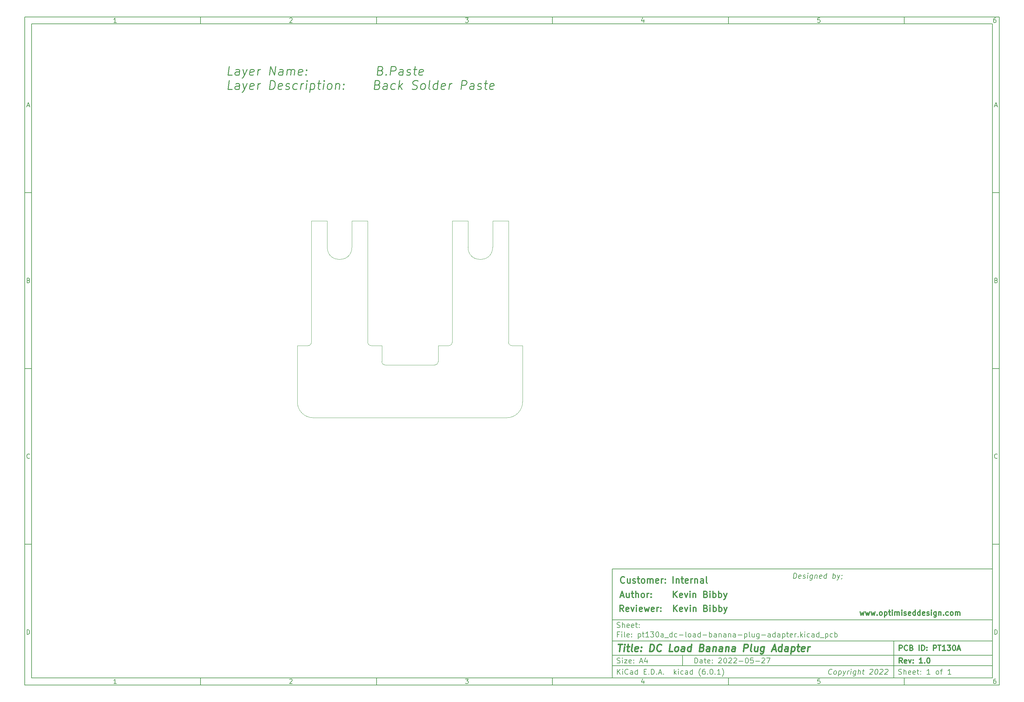
<source format=gbr>
%TF.GenerationSoftware,KiCad,Pcbnew,(6.0.1)*%
%TF.CreationDate,2022-05-27T18:48:01+01:00*%
%TF.ProjectId,pt130a_dc-load-banana-plug-adapter,70743133-3061-45f6-9463-2d6c6f61642d,1.0*%
%TF.SameCoordinates,PX53724e0PY7641700*%
%TF.FileFunction,Paste,Bot*%
%TF.FilePolarity,Positive*%
%FSLAX46Y46*%
G04 Gerber Fmt 4.6, Leading zero omitted, Abs format (unit mm)*
G04 Created by KiCad (PCBNEW (6.0.1)) date 2022-05-27 18:48:01*
%MOMM*%
%LPD*%
G01*
G04 APERTURE LIST*
%ADD10C,0.100000*%
%ADD11C,0.150000*%
%ADD12C,0.300000*%
%ADD13C,0.400000*%
%ADD14C,0.360000*%
%TA.AperFunction,Profile*%
%ADD15C,0.050000*%
%TD*%
%ADD16C,0.250000*%
G04 APERTURE END LIST*
D10*
D11*
X89502200Y-43007200D02*
X89502200Y-74007200D01*
X197502200Y-74007200D01*
X197502200Y-43007200D01*
X89502200Y-43007200D01*
D10*
D11*
X-77500000Y114000000D02*
X-77500000Y-76007200D01*
X199502200Y-76007200D01*
X199502200Y114000000D01*
X-77500000Y114000000D01*
D10*
D11*
X-75500000Y112000000D02*
X-75500000Y-74007200D01*
X197502200Y-74007200D01*
X197502200Y112000000D01*
X-75500000Y112000000D01*
D10*
D11*
X-27500000Y112000000D02*
X-27500000Y114000000D01*
D10*
D11*
X22500000Y112000000D02*
X22500000Y114000000D01*
D10*
D11*
X72500000Y112000000D02*
X72500000Y114000000D01*
D10*
D11*
X122500000Y112000000D02*
X122500000Y114000000D01*
D10*
D11*
X172500000Y112000000D02*
X172500000Y114000000D01*
D10*
D11*
X-51434524Y112411905D02*
X-52177381Y112411905D01*
X-51805953Y112411905D02*
X-51805953Y113711905D01*
X-51929762Y113526191D01*
X-52053572Y113402381D01*
X-52177381Y113340477D01*
D10*
D11*
X-2177381Y113588096D02*
X-2115477Y113650000D01*
X-1991667Y113711905D01*
X-1682143Y113711905D01*
X-1558334Y113650000D01*
X-1496429Y113588096D01*
X-1434524Y113464286D01*
X-1434524Y113340477D01*
X-1496429Y113154762D01*
X-2239286Y112411905D01*
X-1434524Y112411905D01*
D10*
D11*
X47760714Y113711905D02*
X48565476Y113711905D01*
X48132142Y113216667D01*
X48317857Y113216667D01*
X48441666Y113154762D01*
X48503571Y113092858D01*
X48565476Y112969048D01*
X48565476Y112659524D01*
X48503571Y112535715D01*
X48441666Y112473810D01*
X48317857Y112411905D01*
X47946428Y112411905D01*
X47822619Y112473810D01*
X47760714Y112535715D01*
D10*
D11*
X98441666Y113278572D02*
X98441666Y112411905D01*
X98132142Y113773810D02*
X97822619Y112845239D01*
X98627380Y112845239D01*
D10*
D11*
X148503571Y113711905D02*
X147884523Y113711905D01*
X147822619Y113092858D01*
X147884523Y113154762D01*
X148008333Y113216667D01*
X148317857Y113216667D01*
X148441666Y113154762D01*
X148503571Y113092858D01*
X148565476Y112969048D01*
X148565476Y112659524D01*
X148503571Y112535715D01*
X148441666Y112473810D01*
X148317857Y112411905D01*
X148008333Y112411905D01*
X147884523Y112473810D01*
X147822619Y112535715D01*
D10*
D11*
X198441666Y113711905D02*
X198194047Y113711905D01*
X198070238Y113650000D01*
X198008333Y113588096D01*
X197884523Y113402381D01*
X197822619Y113154762D01*
X197822619Y112659524D01*
X197884523Y112535715D01*
X197946428Y112473810D01*
X198070238Y112411905D01*
X198317857Y112411905D01*
X198441666Y112473810D01*
X198503571Y112535715D01*
X198565476Y112659524D01*
X198565476Y112969048D01*
X198503571Y113092858D01*
X198441666Y113154762D01*
X198317857Y113216667D01*
X198070238Y113216667D01*
X197946428Y113154762D01*
X197884523Y113092858D01*
X197822619Y112969048D01*
D10*
D11*
X-27500000Y-74007200D02*
X-27500000Y-76007200D01*
D10*
D11*
X22500000Y-74007200D02*
X22500000Y-76007200D01*
D10*
D11*
X72500000Y-74007200D02*
X72500000Y-76007200D01*
D10*
D11*
X122500000Y-74007200D02*
X122500000Y-76007200D01*
D10*
D11*
X172500000Y-74007200D02*
X172500000Y-76007200D01*
D10*
D11*
X-51434524Y-75595295D02*
X-52177381Y-75595295D01*
X-51805953Y-75595295D02*
X-51805953Y-74295295D01*
X-51929762Y-74481009D01*
X-52053572Y-74604819D01*
X-52177381Y-74666723D01*
D10*
D11*
X-2177381Y-74419104D02*
X-2115477Y-74357200D01*
X-1991667Y-74295295D01*
X-1682143Y-74295295D01*
X-1558334Y-74357200D01*
X-1496429Y-74419104D01*
X-1434524Y-74542914D01*
X-1434524Y-74666723D01*
X-1496429Y-74852438D01*
X-2239286Y-75595295D01*
X-1434524Y-75595295D01*
D10*
D11*
X47760714Y-74295295D02*
X48565476Y-74295295D01*
X48132142Y-74790533D01*
X48317857Y-74790533D01*
X48441666Y-74852438D01*
X48503571Y-74914342D01*
X48565476Y-75038152D01*
X48565476Y-75347676D01*
X48503571Y-75471485D01*
X48441666Y-75533390D01*
X48317857Y-75595295D01*
X47946428Y-75595295D01*
X47822619Y-75533390D01*
X47760714Y-75471485D01*
D10*
D11*
X98441666Y-74728628D02*
X98441666Y-75595295D01*
X98132142Y-74233390D02*
X97822619Y-75161961D01*
X98627380Y-75161961D01*
D10*
D11*
X148503571Y-74295295D02*
X147884523Y-74295295D01*
X147822619Y-74914342D01*
X147884523Y-74852438D01*
X148008333Y-74790533D01*
X148317857Y-74790533D01*
X148441666Y-74852438D01*
X148503571Y-74914342D01*
X148565476Y-75038152D01*
X148565476Y-75347676D01*
X148503571Y-75471485D01*
X148441666Y-75533390D01*
X148317857Y-75595295D01*
X148008333Y-75595295D01*
X147884523Y-75533390D01*
X147822619Y-75471485D01*
D10*
D11*
X198441666Y-74295295D02*
X198194047Y-74295295D01*
X198070238Y-74357200D01*
X198008333Y-74419104D01*
X197884523Y-74604819D01*
X197822619Y-74852438D01*
X197822619Y-75347676D01*
X197884523Y-75471485D01*
X197946428Y-75533390D01*
X198070238Y-75595295D01*
X198317857Y-75595295D01*
X198441666Y-75533390D01*
X198503571Y-75471485D01*
X198565476Y-75347676D01*
X198565476Y-75038152D01*
X198503571Y-74914342D01*
X198441666Y-74852438D01*
X198317857Y-74790533D01*
X198070238Y-74790533D01*
X197946428Y-74852438D01*
X197884523Y-74914342D01*
X197822619Y-75038152D01*
D10*
D11*
X-77500000Y64000000D02*
X-75500000Y64000000D01*
D10*
D11*
X-77500000Y14000000D02*
X-75500000Y14000000D01*
D10*
D11*
X-77500000Y-36000000D02*
X-75500000Y-36000000D01*
D10*
D11*
X-76809524Y88783334D02*
X-76190477Y88783334D01*
X-76933334Y88411905D02*
X-76500000Y89711905D01*
X-76066667Y88411905D01*
D10*
D11*
X-76407143Y39092858D02*
X-76221429Y39030953D01*
X-76159524Y38969048D01*
X-76097620Y38845239D01*
X-76097620Y38659524D01*
X-76159524Y38535715D01*
X-76221429Y38473810D01*
X-76345239Y38411905D01*
X-76840477Y38411905D01*
X-76840477Y39711905D01*
X-76407143Y39711905D01*
X-76283334Y39650000D01*
X-76221429Y39588096D01*
X-76159524Y39464286D01*
X-76159524Y39340477D01*
X-76221429Y39216667D01*
X-76283334Y39154762D01*
X-76407143Y39092858D01*
X-76840477Y39092858D01*
D10*
D11*
X-76097620Y-11464285D02*
X-76159524Y-11526190D01*
X-76345239Y-11588095D01*
X-76469048Y-11588095D01*
X-76654762Y-11526190D01*
X-76778572Y-11402380D01*
X-76840477Y-11278571D01*
X-76902381Y-11030952D01*
X-76902381Y-10845238D01*
X-76840477Y-10597619D01*
X-76778572Y-10473809D01*
X-76654762Y-10350000D01*
X-76469048Y-10288095D01*
X-76345239Y-10288095D01*
X-76159524Y-10350000D01*
X-76097620Y-10411904D01*
D10*
D11*
X-76840477Y-61588095D02*
X-76840477Y-60288095D01*
X-76530953Y-60288095D01*
X-76345239Y-60350000D01*
X-76221429Y-60473809D01*
X-76159524Y-60597619D01*
X-76097620Y-60845238D01*
X-76097620Y-61030952D01*
X-76159524Y-61278571D01*
X-76221429Y-61402380D01*
X-76345239Y-61526190D01*
X-76530953Y-61588095D01*
X-76840477Y-61588095D01*
D10*
D11*
X199502200Y64000000D02*
X197502200Y64000000D01*
D10*
D11*
X199502200Y14000000D02*
X197502200Y14000000D01*
D10*
D11*
X199502200Y-36000000D02*
X197502200Y-36000000D01*
D10*
D11*
X198192676Y88783334D02*
X198811723Y88783334D01*
X198068866Y88411905D02*
X198502200Y89711905D01*
X198935533Y88411905D01*
D10*
D11*
X198595057Y39092858D02*
X198780771Y39030953D01*
X198842676Y38969048D01*
X198904580Y38845239D01*
X198904580Y38659524D01*
X198842676Y38535715D01*
X198780771Y38473810D01*
X198656961Y38411905D01*
X198161723Y38411905D01*
X198161723Y39711905D01*
X198595057Y39711905D01*
X198718866Y39650000D01*
X198780771Y39588096D01*
X198842676Y39464286D01*
X198842676Y39340477D01*
X198780771Y39216667D01*
X198718866Y39154762D01*
X198595057Y39092858D01*
X198161723Y39092858D01*
D10*
D11*
X198904580Y-11464285D02*
X198842676Y-11526190D01*
X198656961Y-11588095D01*
X198533152Y-11588095D01*
X198347438Y-11526190D01*
X198223628Y-11402380D01*
X198161723Y-11278571D01*
X198099819Y-11030952D01*
X198099819Y-10845238D01*
X198161723Y-10597619D01*
X198223628Y-10473809D01*
X198347438Y-10350000D01*
X198533152Y-10288095D01*
X198656961Y-10288095D01*
X198842676Y-10350000D01*
X198904580Y-10411904D01*
D10*
D11*
X198161723Y-61588095D02*
X198161723Y-60288095D01*
X198471247Y-60288095D01*
X198656961Y-60350000D01*
X198780771Y-60473809D01*
X198842676Y-60597619D01*
X198904580Y-60845238D01*
X198904580Y-61030952D01*
X198842676Y-61278571D01*
X198780771Y-61402380D01*
X198656961Y-61526190D01*
X198471247Y-61588095D01*
X198161723Y-61588095D01*
D10*
D11*
X112934342Y-69785771D02*
X112934342Y-68285771D01*
X113291485Y-68285771D01*
X113505771Y-68357200D01*
X113648628Y-68500057D01*
X113720057Y-68642914D01*
X113791485Y-68928628D01*
X113791485Y-69142914D01*
X113720057Y-69428628D01*
X113648628Y-69571485D01*
X113505771Y-69714342D01*
X113291485Y-69785771D01*
X112934342Y-69785771D01*
X115077200Y-69785771D02*
X115077200Y-69000057D01*
X115005771Y-68857200D01*
X114862914Y-68785771D01*
X114577200Y-68785771D01*
X114434342Y-68857200D01*
X115077200Y-69714342D02*
X114934342Y-69785771D01*
X114577200Y-69785771D01*
X114434342Y-69714342D01*
X114362914Y-69571485D01*
X114362914Y-69428628D01*
X114434342Y-69285771D01*
X114577200Y-69214342D01*
X114934342Y-69214342D01*
X115077200Y-69142914D01*
X115577200Y-68785771D02*
X116148628Y-68785771D01*
X115791485Y-68285771D02*
X115791485Y-69571485D01*
X115862914Y-69714342D01*
X116005771Y-69785771D01*
X116148628Y-69785771D01*
X117220057Y-69714342D02*
X117077200Y-69785771D01*
X116791485Y-69785771D01*
X116648628Y-69714342D01*
X116577200Y-69571485D01*
X116577200Y-69000057D01*
X116648628Y-68857200D01*
X116791485Y-68785771D01*
X117077200Y-68785771D01*
X117220057Y-68857200D01*
X117291485Y-69000057D01*
X117291485Y-69142914D01*
X116577200Y-69285771D01*
X117934342Y-69642914D02*
X118005771Y-69714342D01*
X117934342Y-69785771D01*
X117862914Y-69714342D01*
X117934342Y-69642914D01*
X117934342Y-69785771D01*
X117934342Y-68857200D02*
X118005771Y-68928628D01*
X117934342Y-69000057D01*
X117862914Y-68928628D01*
X117934342Y-68857200D01*
X117934342Y-69000057D01*
X119720057Y-68428628D02*
X119791485Y-68357200D01*
X119934342Y-68285771D01*
X120291485Y-68285771D01*
X120434342Y-68357200D01*
X120505771Y-68428628D01*
X120577200Y-68571485D01*
X120577200Y-68714342D01*
X120505771Y-68928628D01*
X119648628Y-69785771D01*
X120577200Y-69785771D01*
X121505771Y-68285771D02*
X121648628Y-68285771D01*
X121791485Y-68357200D01*
X121862914Y-68428628D01*
X121934342Y-68571485D01*
X122005771Y-68857200D01*
X122005771Y-69214342D01*
X121934342Y-69500057D01*
X121862914Y-69642914D01*
X121791485Y-69714342D01*
X121648628Y-69785771D01*
X121505771Y-69785771D01*
X121362914Y-69714342D01*
X121291485Y-69642914D01*
X121220057Y-69500057D01*
X121148628Y-69214342D01*
X121148628Y-68857200D01*
X121220057Y-68571485D01*
X121291485Y-68428628D01*
X121362914Y-68357200D01*
X121505771Y-68285771D01*
X122577200Y-68428628D02*
X122648628Y-68357200D01*
X122791485Y-68285771D01*
X123148628Y-68285771D01*
X123291485Y-68357200D01*
X123362914Y-68428628D01*
X123434342Y-68571485D01*
X123434342Y-68714342D01*
X123362914Y-68928628D01*
X122505771Y-69785771D01*
X123434342Y-69785771D01*
X124005771Y-68428628D02*
X124077200Y-68357200D01*
X124220057Y-68285771D01*
X124577200Y-68285771D01*
X124720057Y-68357200D01*
X124791485Y-68428628D01*
X124862914Y-68571485D01*
X124862914Y-68714342D01*
X124791485Y-68928628D01*
X123934342Y-69785771D01*
X124862914Y-69785771D01*
X125505771Y-69214342D02*
X126648628Y-69214342D01*
X127648628Y-68285771D02*
X127791485Y-68285771D01*
X127934342Y-68357200D01*
X128005771Y-68428628D01*
X128077200Y-68571485D01*
X128148628Y-68857200D01*
X128148628Y-69214342D01*
X128077200Y-69500057D01*
X128005771Y-69642914D01*
X127934342Y-69714342D01*
X127791485Y-69785771D01*
X127648628Y-69785771D01*
X127505771Y-69714342D01*
X127434342Y-69642914D01*
X127362914Y-69500057D01*
X127291485Y-69214342D01*
X127291485Y-68857200D01*
X127362914Y-68571485D01*
X127434342Y-68428628D01*
X127505771Y-68357200D01*
X127648628Y-68285771D01*
X129505771Y-68285771D02*
X128791485Y-68285771D01*
X128720057Y-69000057D01*
X128791485Y-68928628D01*
X128934342Y-68857200D01*
X129291485Y-68857200D01*
X129434342Y-68928628D01*
X129505771Y-69000057D01*
X129577200Y-69142914D01*
X129577200Y-69500057D01*
X129505771Y-69642914D01*
X129434342Y-69714342D01*
X129291485Y-69785771D01*
X128934342Y-69785771D01*
X128791485Y-69714342D01*
X128720057Y-69642914D01*
X130220057Y-69214342D02*
X131362914Y-69214342D01*
X132005771Y-68428628D02*
X132077200Y-68357200D01*
X132220057Y-68285771D01*
X132577200Y-68285771D01*
X132720057Y-68357200D01*
X132791485Y-68428628D01*
X132862914Y-68571485D01*
X132862914Y-68714342D01*
X132791485Y-68928628D01*
X131934342Y-69785771D01*
X132862914Y-69785771D01*
X133362914Y-68285771D02*
X134362914Y-68285771D01*
X133720057Y-69785771D01*
D10*
D11*
X89502200Y-70507200D02*
X197502200Y-70507200D01*
D10*
D11*
X90934342Y-72985771D02*
X90934342Y-71485771D01*
X91791485Y-72985771D02*
X91148628Y-72128628D01*
X91791485Y-71485771D02*
X90934342Y-72342914D01*
X92434342Y-72985771D02*
X92434342Y-71985771D01*
X92434342Y-71485771D02*
X92362914Y-71557200D01*
X92434342Y-71628628D01*
X92505771Y-71557200D01*
X92434342Y-71485771D01*
X92434342Y-71628628D01*
X94005771Y-72842914D02*
X93934342Y-72914342D01*
X93720057Y-72985771D01*
X93577200Y-72985771D01*
X93362914Y-72914342D01*
X93220057Y-72771485D01*
X93148628Y-72628628D01*
X93077200Y-72342914D01*
X93077200Y-72128628D01*
X93148628Y-71842914D01*
X93220057Y-71700057D01*
X93362914Y-71557200D01*
X93577200Y-71485771D01*
X93720057Y-71485771D01*
X93934342Y-71557200D01*
X94005771Y-71628628D01*
X95291485Y-72985771D02*
X95291485Y-72200057D01*
X95220057Y-72057200D01*
X95077200Y-71985771D01*
X94791485Y-71985771D01*
X94648628Y-72057200D01*
X95291485Y-72914342D02*
X95148628Y-72985771D01*
X94791485Y-72985771D01*
X94648628Y-72914342D01*
X94577200Y-72771485D01*
X94577200Y-72628628D01*
X94648628Y-72485771D01*
X94791485Y-72414342D01*
X95148628Y-72414342D01*
X95291485Y-72342914D01*
X96648628Y-72985771D02*
X96648628Y-71485771D01*
X96648628Y-72914342D02*
X96505771Y-72985771D01*
X96220057Y-72985771D01*
X96077200Y-72914342D01*
X96005771Y-72842914D01*
X95934342Y-72700057D01*
X95934342Y-72271485D01*
X96005771Y-72128628D01*
X96077200Y-72057200D01*
X96220057Y-71985771D01*
X96505771Y-71985771D01*
X96648628Y-72057200D01*
X98505771Y-72200057D02*
X99005771Y-72200057D01*
X99220057Y-72985771D02*
X98505771Y-72985771D01*
X98505771Y-71485771D01*
X99220057Y-71485771D01*
X99862914Y-72842914D02*
X99934342Y-72914342D01*
X99862914Y-72985771D01*
X99791485Y-72914342D01*
X99862914Y-72842914D01*
X99862914Y-72985771D01*
X100577200Y-72985771D02*
X100577200Y-71485771D01*
X100934342Y-71485771D01*
X101148628Y-71557200D01*
X101291485Y-71700057D01*
X101362914Y-71842914D01*
X101434342Y-72128628D01*
X101434342Y-72342914D01*
X101362914Y-72628628D01*
X101291485Y-72771485D01*
X101148628Y-72914342D01*
X100934342Y-72985771D01*
X100577200Y-72985771D01*
X102077200Y-72842914D02*
X102148628Y-72914342D01*
X102077200Y-72985771D01*
X102005771Y-72914342D01*
X102077200Y-72842914D01*
X102077200Y-72985771D01*
X102720057Y-72557200D02*
X103434342Y-72557200D01*
X102577200Y-72985771D02*
X103077200Y-71485771D01*
X103577200Y-72985771D01*
X104077200Y-72842914D02*
X104148628Y-72914342D01*
X104077200Y-72985771D01*
X104005771Y-72914342D01*
X104077200Y-72842914D01*
X104077200Y-72985771D01*
X107077200Y-72985771D02*
X107077200Y-71485771D01*
X107220057Y-72414342D02*
X107648628Y-72985771D01*
X107648628Y-71985771D02*
X107077200Y-72557200D01*
X108291485Y-72985771D02*
X108291485Y-71985771D01*
X108291485Y-71485771D02*
X108220057Y-71557200D01*
X108291485Y-71628628D01*
X108362914Y-71557200D01*
X108291485Y-71485771D01*
X108291485Y-71628628D01*
X109648628Y-72914342D02*
X109505771Y-72985771D01*
X109220057Y-72985771D01*
X109077200Y-72914342D01*
X109005771Y-72842914D01*
X108934342Y-72700057D01*
X108934342Y-72271485D01*
X109005771Y-72128628D01*
X109077200Y-72057200D01*
X109220057Y-71985771D01*
X109505771Y-71985771D01*
X109648628Y-72057200D01*
X110934342Y-72985771D02*
X110934342Y-72200057D01*
X110862914Y-72057200D01*
X110720057Y-71985771D01*
X110434342Y-71985771D01*
X110291485Y-72057200D01*
X110934342Y-72914342D02*
X110791485Y-72985771D01*
X110434342Y-72985771D01*
X110291485Y-72914342D01*
X110220057Y-72771485D01*
X110220057Y-72628628D01*
X110291485Y-72485771D01*
X110434342Y-72414342D01*
X110791485Y-72414342D01*
X110934342Y-72342914D01*
X112291485Y-72985771D02*
X112291485Y-71485771D01*
X112291485Y-72914342D02*
X112148628Y-72985771D01*
X111862914Y-72985771D01*
X111720057Y-72914342D01*
X111648628Y-72842914D01*
X111577200Y-72700057D01*
X111577200Y-72271485D01*
X111648628Y-72128628D01*
X111720057Y-72057200D01*
X111862914Y-71985771D01*
X112148628Y-71985771D01*
X112291485Y-72057200D01*
X114577200Y-73557200D02*
X114505771Y-73485771D01*
X114362914Y-73271485D01*
X114291485Y-73128628D01*
X114220057Y-72914342D01*
X114148628Y-72557200D01*
X114148628Y-72271485D01*
X114220057Y-71914342D01*
X114291485Y-71700057D01*
X114362914Y-71557200D01*
X114505771Y-71342914D01*
X114577200Y-71271485D01*
X115791485Y-71485771D02*
X115505771Y-71485771D01*
X115362914Y-71557200D01*
X115291485Y-71628628D01*
X115148628Y-71842914D01*
X115077200Y-72128628D01*
X115077200Y-72700057D01*
X115148628Y-72842914D01*
X115220057Y-72914342D01*
X115362914Y-72985771D01*
X115648628Y-72985771D01*
X115791485Y-72914342D01*
X115862914Y-72842914D01*
X115934342Y-72700057D01*
X115934342Y-72342914D01*
X115862914Y-72200057D01*
X115791485Y-72128628D01*
X115648628Y-72057200D01*
X115362914Y-72057200D01*
X115220057Y-72128628D01*
X115148628Y-72200057D01*
X115077200Y-72342914D01*
X116577200Y-72842914D02*
X116648628Y-72914342D01*
X116577200Y-72985771D01*
X116505771Y-72914342D01*
X116577200Y-72842914D01*
X116577200Y-72985771D01*
X117577200Y-71485771D02*
X117720057Y-71485771D01*
X117862914Y-71557200D01*
X117934342Y-71628628D01*
X118005771Y-71771485D01*
X118077200Y-72057200D01*
X118077200Y-72414342D01*
X118005771Y-72700057D01*
X117934342Y-72842914D01*
X117862914Y-72914342D01*
X117720057Y-72985771D01*
X117577200Y-72985771D01*
X117434342Y-72914342D01*
X117362914Y-72842914D01*
X117291485Y-72700057D01*
X117220057Y-72414342D01*
X117220057Y-72057200D01*
X117291485Y-71771485D01*
X117362914Y-71628628D01*
X117434342Y-71557200D01*
X117577200Y-71485771D01*
X118720057Y-72842914D02*
X118791485Y-72914342D01*
X118720057Y-72985771D01*
X118648628Y-72914342D01*
X118720057Y-72842914D01*
X118720057Y-72985771D01*
X120220057Y-72985771D02*
X119362914Y-72985771D01*
X119791485Y-72985771D02*
X119791485Y-71485771D01*
X119648628Y-71700057D01*
X119505771Y-71842914D01*
X119362914Y-71914342D01*
X120720057Y-73557200D02*
X120791485Y-73485771D01*
X120934342Y-73271485D01*
X121005771Y-73128628D01*
X121077200Y-72914342D01*
X121148628Y-72557200D01*
X121148628Y-72271485D01*
X121077200Y-71914342D01*
X121005771Y-71700057D01*
X120934342Y-71557200D01*
X120791485Y-71342914D01*
X120720057Y-71271485D01*
D10*
D11*
X89502000Y-67507000D02*
X197502000Y-67507000D01*
D10*
D11*
X151816271Y-72842914D02*
X151735914Y-72914342D01*
X151512700Y-72985771D01*
X151369842Y-72985771D01*
X151164485Y-72914342D01*
X151039485Y-72771485D01*
X150985914Y-72628628D01*
X150950200Y-72342914D01*
X150976985Y-72128628D01*
X151084128Y-71842914D01*
X151173414Y-71700057D01*
X151334128Y-71557200D01*
X151557342Y-71485771D01*
X151700200Y-71485771D01*
X151905557Y-71557200D01*
X151968057Y-71628628D01*
X152655557Y-72985771D02*
X152521628Y-72914342D01*
X152459128Y-72842914D01*
X152405557Y-72700057D01*
X152459128Y-72271485D01*
X152548414Y-72128628D01*
X152628771Y-72057200D01*
X152780557Y-71985771D01*
X152994842Y-71985771D01*
X153128771Y-72057200D01*
X153191271Y-72128628D01*
X153244842Y-72271485D01*
X153191271Y-72700057D01*
X153101985Y-72842914D01*
X153021628Y-72914342D01*
X152869842Y-72985771D01*
X152655557Y-72985771D01*
X153923414Y-71985771D02*
X153735914Y-73485771D01*
X153914485Y-72057200D02*
X154066271Y-71985771D01*
X154351985Y-71985771D01*
X154485914Y-72057200D01*
X154548414Y-72128628D01*
X154601985Y-72271485D01*
X154548414Y-72700057D01*
X154459128Y-72842914D01*
X154378771Y-72914342D01*
X154226985Y-72985771D01*
X153941271Y-72985771D01*
X153807342Y-72914342D01*
X155137700Y-71985771D02*
X155369842Y-72985771D01*
X155851985Y-71985771D02*
X155369842Y-72985771D01*
X155182342Y-73342914D01*
X155101985Y-73414342D01*
X154950200Y-73485771D01*
X156298414Y-72985771D02*
X156423414Y-71985771D01*
X156387700Y-72271485D02*
X156476985Y-72128628D01*
X156557342Y-72057200D01*
X156709128Y-71985771D01*
X156851985Y-71985771D01*
X157226985Y-72985771D02*
X157351985Y-71985771D01*
X157414485Y-71485771D02*
X157334128Y-71557200D01*
X157396628Y-71628628D01*
X157476985Y-71557200D01*
X157414485Y-71485771D01*
X157396628Y-71628628D01*
X158709128Y-71985771D02*
X158557342Y-73200057D01*
X158468057Y-73342914D01*
X158387700Y-73414342D01*
X158235914Y-73485771D01*
X158021628Y-73485771D01*
X157887700Y-73414342D01*
X158593057Y-72914342D02*
X158441271Y-72985771D01*
X158155557Y-72985771D01*
X158021628Y-72914342D01*
X157959128Y-72842914D01*
X157905557Y-72700057D01*
X157959128Y-72271485D01*
X158048414Y-72128628D01*
X158128771Y-72057200D01*
X158280557Y-71985771D01*
X158566271Y-71985771D01*
X158700200Y-72057200D01*
X159298414Y-72985771D02*
X159485914Y-71485771D01*
X159941271Y-72985771D02*
X160039485Y-72200057D01*
X159985914Y-72057200D01*
X159851985Y-71985771D01*
X159637700Y-71985771D01*
X159485914Y-72057200D01*
X159405557Y-72128628D01*
X160566271Y-71985771D02*
X161137700Y-71985771D01*
X160843057Y-71485771D02*
X160682342Y-72771485D01*
X160735914Y-72914342D01*
X160869842Y-72985771D01*
X161012700Y-72985771D01*
X162753771Y-71628628D02*
X162834128Y-71557200D01*
X162985914Y-71485771D01*
X163343057Y-71485771D01*
X163476985Y-71557200D01*
X163539485Y-71628628D01*
X163593057Y-71771485D01*
X163575200Y-71914342D01*
X163476985Y-72128628D01*
X162512700Y-72985771D01*
X163441271Y-72985771D01*
X164557342Y-71485771D02*
X164700200Y-71485771D01*
X164834128Y-71557200D01*
X164896628Y-71628628D01*
X164950200Y-71771485D01*
X164985914Y-72057200D01*
X164941271Y-72414342D01*
X164834128Y-72700057D01*
X164744842Y-72842914D01*
X164664485Y-72914342D01*
X164512700Y-72985771D01*
X164369842Y-72985771D01*
X164235914Y-72914342D01*
X164173414Y-72842914D01*
X164119842Y-72700057D01*
X164084128Y-72414342D01*
X164128771Y-72057200D01*
X164235914Y-71771485D01*
X164325200Y-71628628D01*
X164405557Y-71557200D01*
X164557342Y-71485771D01*
X165610914Y-71628628D02*
X165691271Y-71557200D01*
X165843057Y-71485771D01*
X166200200Y-71485771D01*
X166334128Y-71557200D01*
X166396628Y-71628628D01*
X166450200Y-71771485D01*
X166432342Y-71914342D01*
X166334128Y-72128628D01*
X165369842Y-72985771D01*
X166298414Y-72985771D01*
X167039485Y-71628628D02*
X167119842Y-71557200D01*
X167271628Y-71485771D01*
X167628771Y-71485771D01*
X167762700Y-71557200D01*
X167825200Y-71628628D01*
X167878771Y-71771485D01*
X167860914Y-71914342D01*
X167762700Y-72128628D01*
X166798414Y-72985771D01*
X167726985Y-72985771D01*
D10*
D12*
X171052342Y-66185771D02*
X171052342Y-64685771D01*
X171623771Y-64685771D01*
X171766628Y-64757200D01*
X171838057Y-64828628D01*
X171909485Y-64971485D01*
X171909485Y-65185771D01*
X171838057Y-65328628D01*
X171766628Y-65400057D01*
X171623771Y-65471485D01*
X171052342Y-65471485D01*
X173409485Y-66042914D02*
X173338057Y-66114342D01*
X173123771Y-66185771D01*
X172980914Y-66185771D01*
X172766628Y-66114342D01*
X172623771Y-65971485D01*
X172552342Y-65828628D01*
X172480914Y-65542914D01*
X172480914Y-65328628D01*
X172552342Y-65042914D01*
X172623771Y-64900057D01*
X172766628Y-64757200D01*
X172980914Y-64685771D01*
X173123771Y-64685771D01*
X173338057Y-64757200D01*
X173409485Y-64828628D01*
X174552342Y-65400057D02*
X174766628Y-65471485D01*
X174838057Y-65542914D01*
X174909485Y-65685771D01*
X174909485Y-65900057D01*
X174838057Y-66042914D01*
X174766628Y-66114342D01*
X174623771Y-66185771D01*
X174052342Y-66185771D01*
X174052342Y-64685771D01*
X174552342Y-64685771D01*
X174695200Y-64757200D01*
X174766628Y-64828628D01*
X174838057Y-64971485D01*
X174838057Y-65114342D01*
X174766628Y-65257200D01*
X174695200Y-65328628D01*
X174552342Y-65400057D01*
X174052342Y-65400057D01*
X176695200Y-66185771D02*
X176695200Y-64685771D01*
X177409485Y-66185771D02*
X177409485Y-64685771D01*
X177766628Y-64685771D01*
X177980914Y-64757200D01*
X178123771Y-64900057D01*
X178195200Y-65042914D01*
X178266628Y-65328628D01*
X178266628Y-65542914D01*
X178195200Y-65828628D01*
X178123771Y-65971485D01*
X177980914Y-66114342D01*
X177766628Y-66185771D01*
X177409485Y-66185771D01*
X178909485Y-66042914D02*
X178980914Y-66114342D01*
X178909485Y-66185771D01*
X178838057Y-66114342D01*
X178909485Y-66042914D01*
X178909485Y-66185771D01*
X178909485Y-65257200D02*
X178980914Y-65328628D01*
X178909485Y-65400057D01*
X178838057Y-65328628D01*
X178909485Y-65257200D01*
X178909485Y-65400057D01*
X180766628Y-66185771D02*
X180766628Y-64685771D01*
X181338057Y-64685771D01*
X181480914Y-64757200D01*
X181552342Y-64828628D01*
X181623771Y-64971485D01*
X181623771Y-65185771D01*
X181552342Y-65328628D01*
X181480914Y-65400057D01*
X181338057Y-65471485D01*
X180766628Y-65471485D01*
X182052342Y-64685771D02*
X182909485Y-64685771D01*
X182480914Y-66185771D02*
X182480914Y-64685771D01*
X184195200Y-66185771D02*
X183338057Y-66185771D01*
X183766628Y-66185771D02*
X183766628Y-64685771D01*
X183623771Y-64900057D01*
X183480914Y-65042914D01*
X183338057Y-65114342D01*
X184695200Y-64685771D02*
X185623771Y-64685771D01*
X185123771Y-65257200D01*
X185338057Y-65257200D01*
X185480914Y-65328628D01*
X185552342Y-65400057D01*
X185623771Y-65542914D01*
X185623771Y-65900057D01*
X185552342Y-66042914D01*
X185480914Y-66114342D01*
X185338057Y-66185771D01*
X184909485Y-66185771D01*
X184766628Y-66114342D01*
X184695200Y-66042914D01*
X186552342Y-64685771D02*
X186695200Y-64685771D01*
X186838057Y-64757200D01*
X186909485Y-64828628D01*
X186980914Y-64971485D01*
X187052342Y-65257200D01*
X187052342Y-65614342D01*
X186980914Y-65900057D01*
X186909485Y-66042914D01*
X186838057Y-66114342D01*
X186695200Y-66185771D01*
X186552342Y-66185771D01*
X186409485Y-66114342D01*
X186338057Y-66042914D01*
X186266628Y-65900057D01*
X186195200Y-65614342D01*
X186195200Y-65257200D01*
X186266628Y-64971485D01*
X186338057Y-64828628D01*
X186409485Y-64757200D01*
X186552342Y-64685771D01*
X187623771Y-65757200D02*
X188338057Y-65757200D01*
X187480914Y-66185771D02*
X187980914Y-64685771D01*
X188480914Y-66185771D01*
D10*
D12*
X171911285Y-69785571D02*
X171411285Y-69071285D01*
X171054142Y-69785571D02*
X171054142Y-68285571D01*
X171625571Y-68285571D01*
X171768428Y-68357000D01*
X171839857Y-68428428D01*
X171911285Y-68571285D01*
X171911285Y-68785571D01*
X171839857Y-68928428D01*
X171768428Y-68999857D01*
X171625571Y-69071285D01*
X171054142Y-69071285D01*
X173125571Y-69714142D02*
X172982714Y-69785571D01*
X172697000Y-69785571D01*
X172554142Y-69714142D01*
X172482714Y-69571285D01*
X172482714Y-68999857D01*
X172554142Y-68857000D01*
X172697000Y-68785571D01*
X172982714Y-68785571D01*
X173125571Y-68857000D01*
X173197000Y-68999857D01*
X173197000Y-69142714D01*
X172482714Y-69285571D01*
X173697000Y-68785571D02*
X174054142Y-69785571D01*
X174411285Y-68785571D01*
X174982714Y-69642714D02*
X175054142Y-69714142D01*
X174982714Y-69785571D01*
X174911285Y-69714142D01*
X174982714Y-69642714D01*
X174982714Y-69785571D01*
X174982714Y-68857000D02*
X175054142Y-68928428D01*
X174982714Y-68999857D01*
X174911285Y-68928428D01*
X174982714Y-68857000D01*
X174982714Y-68999857D01*
X177625571Y-69785571D02*
X176768428Y-69785571D01*
X177197000Y-69785571D02*
X177197000Y-68285571D01*
X177054142Y-68499857D01*
X176911285Y-68642714D01*
X176768428Y-68714142D01*
X178268428Y-69642714D02*
X178339857Y-69714142D01*
X178268428Y-69785571D01*
X178197000Y-69714142D01*
X178268428Y-69642714D01*
X178268428Y-69785571D01*
X179268428Y-68285571D02*
X179411285Y-68285571D01*
X179554142Y-68357000D01*
X179625571Y-68428428D01*
X179697000Y-68571285D01*
X179768428Y-68857000D01*
X179768428Y-69214142D01*
X179697000Y-69499857D01*
X179625571Y-69642714D01*
X179554142Y-69714142D01*
X179411285Y-69785571D01*
X179268428Y-69785571D01*
X179125571Y-69714142D01*
X179054142Y-69642714D01*
X178982714Y-69499857D01*
X178911285Y-69214142D01*
X178911285Y-68857000D01*
X178982714Y-68571285D01*
X179054142Y-68428428D01*
X179125571Y-68357000D01*
X179268428Y-68285571D01*
D10*
D11*
X90862914Y-69714342D02*
X91077200Y-69785771D01*
X91434342Y-69785771D01*
X91577200Y-69714342D01*
X91648628Y-69642914D01*
X91720057Y-69500057D01*
X91720057Y-69357200D01*
X91648628Y-69214342D01*
X91577200Y-69142914D01*
X91434342Y-69071485D01*
X91148628Y-69000057D01*
X91005771Y-68928628D01*
X90934342Y-68857200D01*
X90862914Y-68714342D01*
X90862914Y-68571485D01*
X90934342Y-68428628D01*
X91005771Y-68357200D01*
X91148628Y-68285771D01*
X91505771Y-68285771D01*
X91720057Y-68357200D01*
X92362914Y-69785771D02*
X92362914Y-68785771D01*
X92362914Y-68285771D02*
X92291485Y-68357200D01*
X92362914Y-68428628D01*
X92434342Y-68357200D01*
X92362914Y-68285771D01*
X92362914Y-68428628D01*
X92934342Y-68785771D02*
X93720057Y-68785771D01*
X92934342Y-69785771D01*
X93720057Y-69785771D01*
X94862914Y-69714342D02*
X94720057Y-69785771D01*
X94434342Y-69785771D01*
X94291485Y-69714342D01*
X94220057Y-69571485D01*
X94220057Y-69000057D01*
X94291485Y-68857200D01*
X94434342Y-68785771D01*
X94720057Y-68785771D01*
X94862914Y-68857200D01*
X94934342Y-69000057D01*
X94934342Y-69142914D01*
X94220057Y-69285771D01*
X95577200Y-69642914D02*
X95648628Y-69714342D01*
X95577200Y-69785771D01*
X95505771Y-69714342D01*
X95577200Y-69642914D01*
X95577200Y-69785771D01*
X95577200Y-68857200D02*
X95648628Y-68928628D01*
X95577200Y-69000057D01*
X95505771Y-68928628D01*
X95577200Y-68857200D01*
X95577200Y-69000057D01*
X97362914Y-69357200D02*
X98077200Y-69357200D01*
X97220057Y-69785771D02*
X97720057Y-68285771D01*
X98220057Y-69785771D01*
X99362914Y-68785771D02*
X99362914Y-69785771D01*
X99005771Y-68214342D02*
X98648628Y-69285771D01*
X99577200Y-69285771D01*
D10*
D11*
X170862914Y-72914342D02*
X171077200Y-72985771D01*
X171434342Y-72985771D01*
X171577200Y-72914342D01*
X171648628Y-72842914D01*
X171720057Y-72700057D01*
X171720057Y-72557200D01*
X171648628Y-72414342D01*
X171577200Y-72342914D01*
X171434342Y-72271485D01*
X171148628Y-72200057D01*
X171005771Y-72128628D01*
X170934342Y-72057200D01*
X170862914Y-71914342D01*
X170862914Y-71771485D01*
X170934342Y-71628628D01*
X171005771Y-71557200D01*
X171148628Y-71485771D01*
X171505771Y-71485771D01*
X171720057Y-71557200D01*
X172362914Y-72985771D02*
X172362914Y-71485771D01*
X173005771Y-72985771D02*
X173005771Y-72200057D01*
X172934342Y-72057200D01*
X172791485Y-71985771D01*
X172577200Y-71985771D01*
X172434342Y-72057200D01*
X172362914Y-72128628D01*
X174291485Y-72914342D02*
X174148628Y-72985771D01*
X173862914Y-72985771D01*
X173720057Y-72914342D01*
X173648628Y-72771485D01*
X173648628Y-72200057D01*
X173720057Y-72057200D01*
X173862914Y-71985771D01*
X174148628Y-71985771D01*
X174291485Y-72057200D01*
X174362914Y-72200057D01*
X174362914Y-72342914D01*
X173648628Y-72485771D01*
X175577200Y-72914342D02*
X175434342Y-72985771D01*
X175148628Y-72985771D01*
X175005771Y-72914342D01*
X174934342Y-72771485D01*
X174934342Y-72200057D01*
X175005771Y-72057200D01*
X175148628Y-71985771D01*
X175434342Y-71985771D01*
X175577200Y-72057200D01*
X175648628Y-72200057D01*
X175648628Y-72342914D01*
X174934342Y-72485771D01*
X176077200Y-71985771D02*
X176648628Y-71985771D01*
X176291485Y-71485771D02*
X176291485Y-72771485D01*
X176362914Y-72914342D01*
X176505771Y-72985771D01*
X176648628Y-72985771D01*
X177148628Y-72842914D02*
X177220057Y-72914342D01*
X177148628Y-72985771D01*
X177077200Y-72914342D01*
X177148628Y-72842914D01*
X177148628Y-72985771D01*
X177148628Y-72057200D02*
X177220057Y-72128628D01*
X177148628Y-72200057D01*
X177077200Y-72128628D01*
X177148628Y-72057200D01*
X177148628Y-72200057D01*
X179791485Y-72985771D02*
X178934342Y-72985771D01*
X179362914Y-72985771D02*
X179362914Y-71485771D01*
X179220057Y-71700057D01*
X179077200Y-71842914D01*
X178934342Y-71914342D01*
X181791485Y-72985771D02*
X181648628Y-72914342D01*
X181577200Y-72842914D01*
X181505771Y-72700057D01*
X181505771Y-72271485D01*
X181577200Y-72128628D01*
X181648628Y-72057200D01*
X181791485Y-71985771D01*
X182005771Y-71985771D01*
X182148628Y-72057200D01*
X182220057Y-72128628D01*
X182291485Y-72271485D01*
X182291485Y-72700057D01*
X182220057Y-72842914D01*
X182148628Y-72914342D01*
X182005771Y-72985771D01*
X181791485Y-72985771D01*
X182720057Y-71985771D02*
X183291485Y-71985771D01*
X182934342Y-72985771D02*
X182934342Y-71700057D01*
X183005771Y-71557200D01*
X183148628Y-71485771D01*
X183291485Y-71485771D01*
X185720057Y-72985771D02*
X184862914Y-72985771D01*
X185291485Y-72985771D02*
X185291485Y-71485771D01*
X185148628Y-71700057D01*
X185005771Y-71842914D01*
X184862914Y-71914342D01*
D10*
D11*
X89502200Y-63507200D02*
X197502200Y-63507200D01*
D10*
D13*
X91214580Y-64411961D02*
X92357438Y-64411961D01*
X91536009Y-66411961D02*
X91786009Y-64411961D01*
X92774104Y-66411961D02*
X92940771Y-65078628D01*
X93024104Y-64411961D02*
X92916961Y-64507200D01*
X93000295Y-64602438D01*
X93107438Y-64507200D01*
X93024104Y-64411961D01*
X93000295Y-64602438D01*
X93607438Y-65078628D02*
X94369342Y-65078628D01*
X93976485Y-64411961D02*
X93762200Y-66126247D01*
X93833628Y-66316723D01*
X94012200Y-66411961D01*
X94202676Y-66411961D01*
X95155057Y-66411961D02*
X94976485Y-66316723D01*
X94905057Y-66126247D01*
X95119342Y-64411961D01*
X96690771Y-66316723D02*
X96488390Y-66411961D01*
X96107438Y-66411961D01*
X95928866Y-66316723D01*
X95857438Y-66126247D01*
X95952676Y-65364342D01*
X96071723Y-65173866D01*
X96274104Y-65078628D01*
X96655057Y-65078628D01*
X96833628Y-65173866D01*
X96905057Y-65364342D01*
X96881247Y-65554819D01*
X95905057Y-65745295D01*
X97655057Y-66221485D02*
X97738390Y-66316723D01*
X97631247Y-66411961D01*
X97547914Y-66316723D01*
X97655057Y-66221485D01*
X97631247Y-66411961D01*
X97786009Y-65173866D02*
X97869342Y-65269104D01*
X97762200Y-65364342D01*
X97678866Y-65269104D01*
X97786009Y-65173866D01*
X97762200Y-65364342D01*
X100107438Y-66411961D02*
X100357438Y-64411961D01*
X100833628Y-64411961D01*
X101107438Y-64507200D01*
X101274104Y-64697676D01*
X101345533Y-64888152D01*
X101393152Y-65269104D01*
X101357438Y-65554819D01*
X101214580Y-65935771D01*
X101095533Y-66126247D01*
X100881247Y-66316723D01*
X100583628Y-66411961D01*
X100107438Y-66411961D01*
X103274104Y-66221485D02*
X103166961Y-66316723D01*
X102869342Y-66411961D01*
X102678866Y-66411961D01*
X102405057Y-66316723D01*
X102238390Y-66126247D01*
X102166961Y-65935771D01*
X102119342Y-65554819D01*
X102155057Y-65269104D01*
X102297914Y-64888152D01*
X102416961Y-64697676D01*
X102631247Y-64507200D01*
X102928866Y-64411961D01*
X103119342Y-64411961D01*
X103393152Y-64507200D01*
X103476485Y-64602438D01*
X106583628Y-66411961D02*
X105631247Y-66411961D01*
X105881247Y-64411961D01*
X107536009Y-66411961D02*
X107357438Y-66316723D01*
X107274104Y-66221485D01*
X107202676Y-66031009D01*
X107274104Y-65459580D01*
X107393152Y-65269104D01*
X107500295Y-65173866D01*
X107702676Y-65078628D01*
X107988390Y-65078628D01*
X108166961Y-65173866D01*
X108250295Y-65269104D01*
X108321723Y-65459580D01*
X108250295Y-66031009D01*
X108131247Y-66221485D01*
X108024104Y-66316723D01*
X107821723Y-66411961D01*
X107536009Y-66411961D01*
X109916961Y-66411961D02*
X110047914Y-65364342D01*
X109976485Y-65173866D01*
X109797914Y-65078628D01*
X109416961Y-65078628D01*
X109214580Y-65173866D01*
X109928866Y-66316723D02*
X109726485Y-66411961D01*
X109250295Y-66411961D01*
X109071723Y-66316723D01*
X109000295Y-66126247D01*
X109024104Y-65935771D01*
X109143152Y-65745295D01*
X109345533Y-65650057D01*
X109821723Y-65650057D01*
X110024104Y-65554819D01*
X111726485Y-66411961D02*
X111976485Y-64411961D01*
X111738390Y-66316723D02*
X111536009Y-66411961D01*
X111155057Y-66411961D01*
X110976485Y-66316723D01*
X110893152Y-66221485D01*
X110821723Y-66031009D01*
X110893152Y-65459580D01*
X111012200Y-65269104D01*
X111119342Y-65173866D01*
X111321723Y-65078628D01*
X111702676Y-65078628D01*
X111881247Y-65173866D01*
X115000295Y-65364342D02*
X115274104Y-65459580D01*
X115357438Y-65554819D01*
X115428866Y-65745295D01*
X115393152Y-66031009D01*
X115274104Y-66221485D01*
X115166961Y-66316723D01*
X114964580Y-66411961D01*
X114202676Y-66411961D01*
X114452676Y-64411961D01*
X115119342Y-64411961D01*
X115297914Y-64507200D01*
X115381247Y-64602438D01*
X115452676Y-64792914D01*
X115428866Y-64983390D01*
X115309819Y-65173866D01*
X115202676Y-65269104D01*
X115000295Y-65364342D01*
X114333628Y-65364342D01*
X117059819Y-66411961D02*
X117190771Y-65364342D01*
X117119342Y-65173866D01*
X116940771Y-65078628D01*
X116559819Y-65078628D01*
X116357438Y-65173866D01*
X117071723Y-66316723D02*
X116869342Y-66411961D01*
X116393152Y-66411961D01*
X116214580Y-66316723D01*
X116143152Y-66126247D01*
X116166961Y-65935771D01*
X116286009Y-65745295D01*
X116488390Y-65650057D01*
X116964580Y-65650057D01*
X117166961Y-65554819D01*
X118178866Y-65078628D02*
X118012200Y-66411961D01*
X118155057Y-65269104D02*
X118262200Y-65173866D01*
X118464580Y-65078628D01*
X118750295Y-65078628D01*
X118928866Y-65173866D01*
X119000295Y-65364342D01*
X118869342Y-66411961D01*
X120678866Y-66411961D02*
X120809819Y-65364342D01*
X120738390Y-65173866D01*
X120559819Y-65078628D01*
X120178866Y-65078628D01*
X119976485Y-65173866D01*
X120690771Y-66316723D02*
X120488390Y-66411961D01*
X120012200Y-66411961D01*
X119833628Y-66316723D01*
X119762200Y-66126247D01*
X119786009Y-65935771D01*
X119905057Y-65745295D01*
X120107438Y-65650057D01*
X120583628Y-65650057D01*
X120786009Y-65554819D01*
X121797914Y-65078628D02*
X121631247Y-66411961D01*
X121774104Y-65269104D02*
X121881247Y-65173866D01*
X122083628Y-65078628D01*
X122369342Y-65078628D01*
X122547914Y-65173866D01*
X122619342Y-65364342D01*
X122488390Y-66411961D01*
X124297914Y-66411961D02*
X124428866Y-65364342D01*
X124357438Y-65173866D01*
X124178866Y-65078628D01*
X123797914Y-65078628D01*
X123595533Y-65173866D01*
X124309819Y-66316723D02*
X124107438Y-66411961D01*
X123631247Y-66411961D01*
X123452676Y-66316723D01*
X123381247Y-66126247D01*
X123405057Y-65935771D01*
X123524104Y-65745295D01*
X123726485Y-65650057D01*
X124202676Y-65650057D01*
X124405057Y-65554819D01*
X126774104Y-66411961D02*
X127024104Y-64411961D01*
X127786009Y-64411961D01*
X127964580Y-64507200D01*
X128047914Y-64602438D01*
X128119342Y-64792914D01*
X128083628Y-65078628D01*
X127964580Y-65269104D01*
X127857438Y-65364342D01*
X127655057Y-65459580D01*
X126893152Y-65459580D01*
X129059819Y-66411961D02*
X128881247Y-66316723D01*
X128809819Y-66126247D01*
X129024104Y-64411961D01*
X130845533Y-65078628D02*
X130678866Y-66411961D01*
X129988390Y-65078628D02*
X129857438Y-66126247D01*
X129928866Y-66316723D01*
X130107438Y-66411961D01*
X130393152Y-66411961D01*
X130595533Y-66316723D01*
X130702676Y-66221485D01*
X132655057Y-65078628D02*
X132452676Y-66697676D01*
X132333628Y-66888152D01*
X132226485Y-66983390D01*
X132024104Y-67078628D01*
X131738390Y-67078628D01*
X131559819Y-66983390D01*
X132500295Y-66316723D02*
X132297914Y-66411961D01*
X131916961Y-66411961D01*
X131738390Y-66316723D01*
X131655057Y-66221485D01*
X131583628Y-66031009D01*
X131655057Y-65459580D01*
X131774104Y-65269104D01*
X131881247Y-65173866D01*
X132083628Y-65078628D01*
X132464580Y-65078628D01*
X132643152Y-65173866D01*
X134940771Y-65840533D02*
X135893152Y-65840533D01*
X134678866Y-66411961D02*
X135595533Y-64411961D01*
X136012200Y-66411961D01*
X137536009Y-66411961D02*
X137786009Y-64411961D01*
X137547914Y-66316723D02*
X137345533Y-66411961D01*
X136964580Y-66411961D01*
X136786009Y-66316723D01*
X136702676Y-66221485D01*
X136631247Y-66031009D01*
X136702676Y-65459580D01*
X136821723Y-65269104D01*
X136928866Y-65173866D01*
X137131247Y-65078628D01*
X137512200Y-65078628D01*
X137690771Y-65173866D01*
X139345533Y-66411961D02*
X139476485Y-65364342D01*
X139405057Y-65173866D01*
X139226485Y-65078628D01*
X138845533Y-65078628D01*
X138643152Y-65173866D01*
X139357438Y-66316723D02*
X139155057Y-66411961D01*
X138678866Y-66411961D01*
X138500295Y-66316723D01*
X138428866Y-66126247D01*
X138452676Y-65935771D01*
X138571723Y-65745295D01*
X138774104Y-65650057D01*
X139250295Y-65650057D01*
X139452676Y-65554819D01*
X140464580Y-65078628D02*
X140214580Y-67078628D01*
X140452676Y-65173866D02*
X140655057Y-65078628D01*
X141036009Y-65078628D01*
X141214580Y-65173866D01*
X141297914Y-65269104D01*
X141369342Y-65459580D01*
X141297914Y-66031009D01*
X141178866Y-66221485D01*
X141071723Y-66316723D01*
X140869342Y-66411961D01*
X140488390Y-66411961D01*
X140309819Y-66316723D01*
X141988390Y-65078628D02*
X142750295Y-65078628D01*
X142357438Y-64411961D02*
X142143152Y-66126247D01*
X142214580Y-66316723D01*
X142393152Y-66411961D01*
X142583628Y-66411961D01*
X144024104Y-66316723D02*
X143821723Y-66411961D01*
X143440771Y-66411961D01*
X143262199Y-66316723D01*
X143190771Y-66126247D01*
X143286009Y-65364342D01*
X143405057Y-65173866D01*
X143607438Y-65078628D01*
X143988390Y-65078628D01*
X144166961Y-65173866D01*
X144238390Y-65364342D01*
X144214580Y-65554819D01*
X143238390Y-65745295D01*
X144964580Y-66411961D02*
X145131247Y-65078628D01*
X145083628Y-65459580D02*
X145202676Y-65269104D01*
X145309819Y-65173866D01*
X145512199Y-65078628D01*
X145702676Y-65078628D01*
D10*
D11*
X91434342Y-61600057D02*
X90934342Y-61600057D01*
X90934342Y-62385771D02*
X90934342Y-60885771D01*
X91648628Y-60885771D01*
X92220057Y-62385771D02*
X92220057Y-61385771D01*
X92220057Y-60885771D02*
X92148628Y-60957200D01*
X92220057Y-61028628D01*
X92291485Y-60957200D01*
X92220057Y-60885771D01*
X92220057Y-61028628D01*
X93148628Y-62385771D02*
X93005771Y-62314342D01*
X92934342Y-62171485D01*
X92934342Y-60885771D01*
X94291485Y-62314342D02*
X94148628Y-62385771D01*
X93862914Y-62385771D01*
X93720057Y-62314342D01*
X93648628Y-62171485D01*
X93648628Y-61600057D01*
X93720057Y-61457200D01*
X93862914Y-61385771D01*
X94148628Y-61385771D01*
X94291485Y-61457200D01*
X94362914Y-61600057D01*
X94362914Y-61742914D01*
X93648628Y-61885771D01*
X95005771Y-62242914D02*
X95077200Y-62314342D01*
X95005771Y-62385771D01*
X94934342Y-62314342D01*
X95005771Y-62242914D01*
X95005771Y-62385771D01*
X95005771Y-61457200D02*
X95077200Y-61528628D01*
X95005771Y-61600057D01*
X94934342Y-61528628D01*
X95005771Y-61457200D01*
X95005771Y-61600057D01*
X96862914Y-61385771D02*
X96862914Y-62885771D01*
X96862914Y-61457200D02*
X97005771Y-61385771D01*
X97291485Y-61385771D01*
X97434342Y-61457200D01*
X97505771Y-61528628D01*
X97577200Y-61671485D01*
X97577200Y-62100057D01*
X97505771Y-62242914D01*
X97434342Y-62314342D01*
X97291485Y-62385771D01*
X97005771Y-62385771D01*
X96862914Y-62314342D01*
X98005771Y-61385771D02*
X98577200Y-61385771D01*
X98220057Y-60885771D02*
X98220057Y-62171485D01*
X98291485Y-62314342D01*
X98434342Y-62385771D01*
X98577200Y-62385771D01*
X99862914Y-62385771D02*
X99005771Y-62385771D01*
X99434342Y-62385771D02*
X99434342Y-60885771D01*
X99291485Y-61100057D01*
X99148628Y-61242914D01*
X99005771Y-61314342D01*
X100362914Y-60885771D02*
X101291485Y-60885771D01*
X100791485Y-61457200D01*
X101005771Y-61457200D01*
X101148628Y-61528628D01*
X101220057Y-61600057D01*
X101291485Y-61742914D01*
X101291485Y-62100057D01*
X101220057Y-62242914D01*
X101148628Y-62314342D01*
X101005771Y-62385771D01*
X100577200Y-62385771D01*
X100434342Y-62314342D01*
X100362914Y-62242914D01*
X102220057Y-60885771D02*
X102362914Y-60885771D01*
X102505771Y-60957200D01*
X102577200Y-61028628D01*
X102648628Y-61171485D01*
X102720057Y-61457200D01*
X102720057Y-61814342D01*
X102648628Y-62100057D01*
X102577200Y-62242914D01*
X102505771Y-62314342D01*
X102362914Y-62385771D01*
X102220057Y-62385771D01*
X102077200Y-62314342D01*
X102005771Y-62242914D01*
X101934342Y-62100057D01*
X101862914Y-61814342D01*
X101862914Y-61457200D01*
X101934342Y-61171485D01*
X102005771Y-61028628D01*
X102077200Y-60957200D01*
X102220057Y-60885771D01*
X104005771Y-62385771D02*
X104005771Y-61600057D01*
X103934342Y-61457200D01*
X103791485Y-61385771D01*
X103505771Y-61385771D01*
X103362914Y-61457200D01*
X104005771Y-62314342D02*
X103862914Y-62385771D01*
X103505771Y-62385771D01*
X103362914Y-62314342D01*
X103291485Y-62171485D01*
X103291485Y-62028628D01*
X103362914Y-61885771D01*
X103505771Y-61814342D01*
X103862914Y-61814342D01*
X104005771Y-61742914D01*
X104362914Y-62528628D02*
X105505771Y-62528628D01*
X106505771Y-62385771D02*
X106505771Y-60885771D01*
X106505771Y-62314342D02*
X106362914Y-62385771D01*
X106077200Y-62385771D01*
X105934342Y-62314342D01*
X105862914Y-62242914D01*
X105791485Y-62100057D01*
X105791485Y-61671485D01*
X105862914Y-61528628D01*
X105934342Y-61457200D01*
X106077200Y-61385771D01*
X106362914Y-61385771D01*
X106505771Y-61457200D01*
X107862914Y-62314342D02*
X107720057Y-62385771D01*
X107434342Y-62385771D01*
X107291485Y-62314342D01*
X107220057Y-62242914D01*
X107148628Y-62100057D01*
X107148628Y-61671485D01*
X107220057Y-61528628D01*
X107291485Y-61457200D01*
X107434342Y-61385771D01*
X107720057Y-61385771D01*
X107862914Y-61457200D01*
X108505771Y-61814342D02*
X109648628Y-61814342D01*
X110577200Y-62385771D02*
X110434342Y-62314342D01*
X110362914Y-62171485D01*
X110362914Y-60885771D01*
X111362914Y-62385771D02*
X111220057Y-62314342D01*
X111148628Y-62242914D01*
X111077200Y-62100057D01*
X111077200Y-61671485D01*
X111148628Y-61528628D01*
X111220057Y-61457200D01*
X111362914Y-61385771D01*
X111577200Y-61385771D01*
X111720057Y-61457200D01*
X111791485Y-61528628D01*
X111862914Y-61671485D01*
X111862914Y-62100057D01*
X111791485Y-62242914D01*
X111720057Y-62314342D01*
X111577200Y-62385771D01*
X111362914Y-62385771D01*
X113148628Y-62385771D02*
X113148628Y-61600057D01*
X113077200Y-61457200D01*
X112934342Y-61385771D01*
X112648628Y-61385771D01*
X112505771Y-61457200D01*
X113148628Y-62314342D02*
X113005771Y-62385771D01*
X112648628Y-62385771D01*
X112505771Y-62314342D01*
X112434342Y-62171485D01*
X112434342Y-62028628D01*
X112505771Y-61885771D01*
X112648628Y-61814342D01*
X113005771Y-61814342D01*
X113148628Y-61742914D01*
X114505771Y-62385771D02*
X114505771Y-60885771D01*
X114505771Y-62314342D02*
X114362914Y-62385771D01*
X114077200Y-62385771D01*
X113934342Y-62314342D01*
X113862914Y-62242914D01*
X113791485Y-62100057D01*
X113791485Y-61671485D01*
X113862914Y-61528628D01*
X113934342Y-61457200D01*
X114077200Y-61385771D01*
X114362914Y-61385771D01*
X114505771Y-61457200D01*
X115220057Y-61814342D02*
X116362914Y-61814342D01*
X117077200Y-62385771D02*
X117077200Y-60885771D01*
X117077200Y-61457200D02*
X117220057Y-61385771D01*
X117505771Y-61385771D01*
X117648628Y-61457200D01*
X117720057Y-61528628D01*
X117791485Y-61671485D01*
X117791485Y-62100057D01*
X117720057Y-62242914D01*
X117648628Y-62314342D01*
X117505771Y-62385771D01*
X117220057Y-62385771D01*
X117077200Y-62314342D01*
X119077200Y-62385771D02*
X119077200Y-61600057D01*
X119005771Y-61457200D01*
X118862914Y-61385771D01*
X118577200Y-61385771D01*
X118434342Y-61457200D01*
X119077200Y-62314342D02*
X118934342Y-62385771D01*
X118577200Y-62385771D01*
X118434342Y-62314342D01*
X118362914Y-62171485D01*
X118362914Y-62028628D01*
X118434342Y-61885771D01*
X118577200Y-61814342D01*
X118934342Y-61814342D01*
X119077200Y-61742914D01*
X119791485Y-61385771D02*
X119791485Y-62385771D01*
X119791485Y-61528628D02*
X119862914Y-61457200D01*
X120005771Y-61385771D01*
X120220057Y-61385771D01*
X120362914Y-61457200D01*
X120434342Y-61600057D01*
X120434342Y-62385771D01*
X121791485Y-62385771D02*
X121791485Y-61600057D01*
X121720057Y-61457200D01*
X121577200Y-61385771D01*
X121291485Y-61385771D01*
X121148628Y-61457200D01*
X121791485Y-62314342D02*
X121648628Y-62385771D01*
X121291485Y-62385771D01*
X121148628Y-62314342D01*
X121077200Y-62171485D01*
X121077200Y-62028628D01*
X121148628Y-61885771D01*
X121291485Y-61814342D01*
X121648628Y-61814342D01*
X121791485Y-61742914D01*
X122505771Y-61385771D02*
X122505771Y-62385771D01*
X122505771Y-61528628D02*
X122577200Y-61457200D01*
X122720057Y-61385771D01*
X122934342Y-61385771D01*
X123077200Y-61457200D01*
X123148628Y-61600057D01*
X123148628Y-62385771D01*
X124505771Y-62385771D02*
X124505771Y-61600057D01*
X124434342Y-61457200D01*
X124291485Y-61385771D01*
X124005771Y-61385771D01*
X123862914Y-61457200D01*
X124505771Y-62314342D02*
X124362914Y-62385771D01*
X124005771Y-62385771D01*
X123862914Y-62314342D01*
X123791485Y-62171485D01*
X123791485Y-62028628D01*
X123862914Y-61885771D01*
X124005771Y-61814342D01*
X124362914Y-61814342D01*
X124505771Y-61742914D01*
X125220057Y-61814342D02*
X126362914Y-61814342D01*
X127077200Y-61385771D02*
X127077200Y-62885771D01*
X127077200Y-61457200D02*
X127220057Y-61385771D01*
X127505771Y-61385771D01*
X127648628Y-61457200D01*
X127720057Y-61528628D01*
X127791485Y-61671485D01*
X127791485Y-62100057D01*
X127720057Y-62242914D01*
X127648628Y-62314342D01*
X127505771Y-62385771D01*
X127220057Y-62385771D01*
X127077200Y-62314342D01*
X128648628Y-62385771D02*
X128505771Y-62314342D01*
X128434342Y-62171485D01*
X128434342Y-60885771D01*
X129862914Y-61385771D02*
X129862914Y-62385771D01*
X129220057Y-61385771D02*
X129220057Y-62171485D01*
X129291485Y-62314342D01*
X129434342Y-62385771D01*
X129648628Y-62385771D01*
X129791485Y-62314342D01*
X129862914Y-62242914D01*
X131220057Y-61385771D02*
X131220057Y-62600057D01*
X131148628Y-62742914D01*
X131077200Y-62814342D01*
X130934342Y-62885771D01*
X130720057Y-62885771D01*
X130577200Y-62814342D01*
X131220057Y-62314342D02*
X131077200Y-62385771D01*
X130791485Y-62385771D01*
X130648628Y-62314342D01*
X130577200Y-62242914D01*
X130505771Y-62100057D01*
X130505771Y-61671485D01*
X130577200Y-61528628D01*
X130648628Y-61457200D01*
X130791485Y-61385771D01*
X131077200Y-61385771D01*
X131220057Y-61457200D01*
X131934342Y-61814342D02*
X133077200Y-61814342D01*
X134434342Y-62385771D02*
X134434342Y-61600057D01*
X134362914Y-61457200D01*
X134220057Y-61385771D01*
X133934342Y-61385771D01*
X133791485Y-61457200D01*
X134434342Y-62314342D02*
X134291485Y-62385771D01*
X133934342Y-62385771D01*
X133791485Y-62314342D01*
X133720057Y-62171485D01*
X133720057Y-62028628D01*
X133791485Y-61885771D01*
X133934342Y-61814342D01*
X134291485Y-61814342D01*
X134434342Y-61742914D01*
X135791485Y-62385771D02*
X135791485Y-60885771D01*
X135791485Y-62314342D02*
X135648628Y-62385771D01*
X135362914Y-62385771D01*
X135220057Y-62314342D01*
X135148628Y-62242914D01*
X135077200Y-62100057D01*
X135077200Y-61671485D01*
X135148628Y-61528628D01*
X135220057Y-61457200D01*
X135362914Y-61385771D01*
X135648628Y-61385771D01*
X135791485Y-61457200D01*
X137148628Y-62385771D02*
X137148628Y-61600057D01*
X137077200Y-61457200D01*
X136934342Y-61385771D01*
X136648628Y-61385771D01*
X136505771Y-61457200D01*
X137148628Y-62314342D02*
X137005771Y-62385771D01*
X136648628Y-62385771D01*
X136505771Y-62314342D01*
X136434342Y-62171485D01*
X136434342Y-62028628D01*
X136505771Y-61885771D01*
X136648628Y-61814342D01*
X137005771Y-61814342D01*
X137148628Y-61742914D01*
X137862914Y-61385771D02*
X137862914Y-62885771D01*
X137862914Y-61457200D02*
X138005771Y-61385771D01*
X138291485Y-61385771D01*
X138434342Y-61457200D01*
X138505771Y-61528628D01*
X138577200Y-61671485D01*
X138577200Y-62100057D01*
X138505771Y-62242914D01*
X138434342Y-62314342D01*
X138291485Y-62385771D01*
X138005771Y-62385771D01*
X137862914Y-62314342D01*
X139005771Y-61385771D02*
X139577200Y-61385771D01*
X139220057Y-60885771D02*
X139220057Y-62171485D01*
X139291485Y-62314342D01*
X139434342Y-62385771D01*
X139577200Y-62385771D01*
X140648628Y-62314342D02*
X140505771Y-62385771D01*
X140220057Y-62385771D01*
X140077200Y-62314342D01*
X140005771Y-62171485D01*
X140005771Y-61600057D01*
X140077200Y-61457200D01*
X140220057Y-61385771D01*
X140505771Y-61385771D01*
X140648628Y-61457200D01*
X140720057Y-61600057D01*
X140720057Y-61742914D01*
X140005771Y-61885771D01*
X141362914Y-62385771D02*
X141362914Y-61385771D01*
X141362914Y-61671485D02*
X141434342Y-61528628D01*
X141505771Y-61457200D01*
X141648628Y-61385771D01*
X141791485Y-61385771D01*
X142291485Y-62242914D02*
X142362914Y-62314342D01*
X142291485Y-62385771D01*
X142220057Y-62314342D01*
X142291485Y-62242914D01*
X142291485Y-62385771D01*
X143005771Y-62385771D02*
X143005771Y-60885771D01*
X143148628Y-61814342D02*
X143577200Y-62385771D01*
X143577200Y-61385771D02*
X143005771Y-61957200D01*
X144220057Y-62385771D02*
X144220057Y-61385771D01*
X144220057Y-60885771D02*
X144148628Y-60957200D01*
X144220057Y-61028628D01*
X144291485Y-60957200D01*
X144220057Y-60885771D01*
X144220057Y-61028628D01*
X145577200Y-62314342D02*
X145434342Y-62385771D01*
X145148628Y-62385771D01*
X145005771Y-62314342D01*
X144934342Y-62242914D01*
X144862914Y-62100057D01*
X144862914Y-61671485D01*
X144934342Y-61528628D01*
X145005771Y-61457200D01*
X145148628Y-61385771D01*
X145434342Y-61385771D01*
X145577200Y-61457200D01*
X146862914Y-62385771D02*
X146862914Y-61600057D01*
X146791485Y-61457200D01*
X146648628Y-61385771D01*
X146362914Y-61385771D01*
X146220057Y-61457200D01*
X146862914Y-62314342D02*
X146720057Y-62385771D01*
X146362914Y-62385771D01*
X146220057Y-62314342D01*
X146148628Y-62171485D01*
X146148628Y-62028628D01*
X146220057Y-61885771D01*
X146362914Y-61814342D01*
X146720057Y-61814342D01*
X146862914Y-61742914D01*
X148220057Y-62385771D02*
X148220057Y-60885771D01*
X148220057Y-62314342D02*
X148077200Y-62385771D01*
X147791485Y-62385771D01*
X147648628Y-62314342D01*
X147577200Y-62242914D01*
X147505771Y-62100057D01*
X147505771Y-61671485D01*
X147577200Y-61528628D01*
X147648628Y-61457200D01*
X147791485Y-61385771D01*
X148077200Y-61385771D01*
X148220057Y-61457200D01*
X148577200Y-62528628D02*
X149720057Y-62528628D01*
X150077200Y-61385771D02*
X150077200Y-62885771D01*
X150077200Y-61457200D02*
X150220057Y-61385771D01*
X150505771Y-61385771D01*
X150648628Y-61457200D01*
X150720057Y-61528628D01*
X150791485Y-61671485D01*
X150791485Y-62100057D01*
X150720057Y-62242914D01*
X150648628Y-62314342D01*
X150505771Y-62385771D01*
X150220057Y-62385771D01*
X150077200Y-62314342D01*
X152077200Y-62314342D02*
X151934342Y-62385771D01*
X151648628Y-62385771D01*
X151505771Y-62314342D01*
X151434342Y-62242914D01*
X151362914Y-62100057D01*
X151362914Y-61671485D01*
X151434342Y-61528628D01*
X151505771Y-61457200D01*
X151648628Y-61385771D01*
X151934342Y-61385771D01*
X152077200Y-61457200D01*
X152720057Y-62385771D02*
X152720057Y-60885771D01*
X152720057Y-61457200D02*
X152862914Y-61385771D01*
X153148628Y-61385771D01*
X153291485Y-61457200D01*
X153362914Y-61528628D01*
X153434342Y-61671485D01*
X153434342Y-62100057D01*
X153362914Y-62242914D01*
X153291485Y-62314342D01*
X153148628Y-62385771D01*
X152862914Y-62385771D01*
X152720057Y-62314342D01*
D10*
D11*
X89502200Y-57507200D02*
X197502200Y-57507200D01*
D10*
D11*
X90862914Y-59614342D02*
X91077200Y-59685771D01*
X91434342Y-59685771D01*
X91577200Y-59614342D01*
X91648628Y-59542914D01*
X91720057Y-59400057D01*
X91720057Y-59257200D01*
X91648628Y-59114342D01*
X91577200Y-59042914D01*
X91434342Y-58971485D01*
X91148628Y-58900057D01*
X91005771Y-58828628D01*
X90934342Y-58757200D01*
X90862914Y-58614342D01*
X90862914Y-58471485D01*
X90934342Y-58328628D01*
X91005771Y-58257200D01*
X91148628Y-58185771D01*
X91505771Y-58185771D01*
X91720057Y-58257200D01*
X92362914Y-59685771D02*
X92362914Y-58185771D01*
X93005771Y-59685771D02*
X93005771Y-58900057D01*
X92934342Y-58757200D01*
X92791485Y-58685771D01*
X92577200Y-58685771D01*
X92434342Y-58757200D01*
X92362914Y-58828628D01*
X94291485Y-59614342D02*
X94148628Y-59685771D01*
X93862914Y-59685771D01*
X93720057Y-59614342D01*
X93648628Y-59471485D01*
X93648628Y-58900057D01*
X93720057Y-58757200D01*
X93862914Y-58685771D01*
X94148628Y-58685771D01*
X94291485Y-58757200D01*
X94362914Y-58900057D01*
X94362914Y-59042914D01*
X93648628Y-59185771D01*
X95577200Y-59614342D02*
X95434342Y-59685771D01*
X95148628Y-59685771D01*
X95005771Y-59614342D01*
X94934342Y-59471485D01*
X94934342Y-58900057D01*
X95005771Y-58757200D01*
X95148628Y-58685771D01*
X95434342Y-58685771D01*
X95577200Y-58757200D01*
X95648628Y-58900057D01*
X95648628Y-59042914D01*
X94934342Y-59185771D01*
X96077200Y-58685771D02*
X96648628Y-58685771D01*
X96291485Y-58185771D02*
X96291485Y-59471485D01*
X96362914Y-59614342D01*
X96505771Y-59685771D01*
X96648628Y-59685771D01*
X97148628Y-59542914D02*
X97220057Y-59614342D01*
X97148628Y-59685771D01*
X97077200Y-59614342D01*
X97148628Y-59542914D01*
X97148628Y-59685771D01*
X97148628Y-58757200D02*
X97220057Y-58828628D01*
X97148628Y-58900057D01*
X97077200Y-58828628D01*
X97148628Y-58757200D01*
X97148628Y-58900057D01*
D10*
D14*
X91877057Y-50607000D02*
X92734200Y-50607000D01*
X91705628Y-51121285D02*
X92305628Y-49321285D01*
X92905628Y-51121285D01*
X94277057Y-49921285D02*
X94277057Y-51121285D01*
X93505628Y-49921285D02*
X93505628Y-50864142D01*
X93591342Y-51035571D01*
X93762771Y-51121285D01*
X94019914Y-51121285D01*
X94191342Y-51035571D01*
X94277057Y-50949857D01*
X94877057Y-49921285D02*
X95562771Y-49921285D01*
X95134200Y-49321285D02*
X95134200Y-50864142D01*
X95219914Y-51035571D01*
X95391342Y-51121285D01*
X95562771Y-51121285D01*
X96162771Y-51121285D02*
X96162771Y-49321285D01*
X96934200Y-51121285D02*
X96934200Y-50178428D01*
X96848485Y-50007000D01*
X96677057Y-49921285D01*
X96419914Y-49921285D01*
X96248485Y-50007000D01*
X96162771Y-50092714D01*
X98048485Y-51121285D02*
X97877057Y-51035571D01*
X97791342Y-50949857D01*
X97705628Y-50778428D01*
X97705628Y-50264142D01*
X97791342Y-50092714D01*
X97877057Y-50007000D01*
X98048485Y-49921285D01*
X98305628Y-49921285D01*
X98477057Y-50007000D01*
X98562771Y-50092714D01*
X98648485Y-50264142D01*
X98648485Y-50778428D01*
X98562771Y-50949857D01*
X98477057Y-51035571D01*
X98305628Y-51121285D01*
X98048485Y-51121285D01*
X99419914Y-51121285D02*
X99419914Y-49921285D01*
X99419914Y-50264142D02*
X99505628Y-50092714D01*
X99591342Y-50007000D01*
X99762771Y-49921285D01*
X99934200Y-49921285D01*
X100534200Y-50949857D02*
X100619914Y-51035571D01*
X100534200Y-51121285D01*
X100448485Y-51035571D01*
X100534200Y-50949857D01*
X100534200Y-51121285D01*
X100534200Y-50007000D02*
X100619914Y-50092714D01*
X100534200Y-50178428D01*
X100448485Y-50092714D01*
X100534200Y-50007000D01*
X100534200Y-50178428D01*
X106877057Y-51121285D02*
X106877057Y-49321285D01*
X107905628Y-51121285D02*
X107134200Y-50092714D01*
X107905628Y-49321285D02*
X106877057Y-50349857D01*
X109362771Y-51035571D02*
X109191342Y-51121285D01*
X108848485Y-51121285D01*
X108677057Y-51035571D01*
X108591342Y-50864142D01*
X108591342Y-50178428D01*
X108677057Y-50007000D01*
X108848485Y-49921285D01*
X109191342Y-49921285D01*
X109362771Y-50007000D01*
X109448485Y-50178428D01*
X109448485Y-50349857D01*
X108591342Y-50521285D01*
X110048485Y-49921285D02*
X110477057Y-51121285D01*
X110905628Y-49921285D01*
X111591342Y-51121285D02*
X111591342Y-49921285D01*
X111591342Y-49321285D02*
X111505628Y-49407000D01*
X111591342Y-49492714D01*
X111677057Y-49407000D01*
X111591342Y-49321285D01*
X111591342Y-49492714D01*
X112448485Y-49921285D02*
X112448485Y-51121285D01*
X112448485Y-50092714D02*
X112534200Y-50007000D01*
X112705628Y-49921285D01*
X112962771Y-49921285D01*
X113134200Y-50007000D01*
X113219914Y-50178428D01*
X113219914Y-51121285D01*
X116048485Y-50178428D02*
X116305628Y-50264142D01*
X116391342Y-50349857D01*
X116477057Y-50521285D01*
X116477057Y-50778428D01*
X116391342Y-50949857D01*
X116305628Y-51035571D01*
X116134200Y-51121285D01*
X115448485Y-51121285D01*
X115448485Y-49321285D01*
X116048485Y-49321285D01*
X116219914Y-49407000D01*
X116305628Y-49492714D01*
X116391342Y-49664142D01*
X116391342Y-49835571D01*
X116305628Y-50007000D01*
X116219914Y-50092714D01*
X116048485Y-50178428D01*
X115448485Y-50178428D01*
X117248485Y-51121285D02*
X117248485Y-49921285D01*
X117248485Y-49321285D02*
X117162771Y-49407000D01*
X117248485Y-49492714D01*
X117334200Y-49407000D01*
X117248485Y-49321285D01*
X117248485Y-49492714D01*
X118105628Y-51121285D02*
X118105628Y-49321285D01*
X118105628Y-50007000D02*
X118277057Y-49921285D01*
X118619914Y-49921285D01*
X118791342Y-50007000D01*
X118877057Y-50092714D01*
X118962771Y-50264142D01*
X118962771Y-50778428D01*
X118877057Y-50949857D01*
X118791342Y-51035571D01*
X118619914Y-51121285D01*
X118277057Y-51121285D01*
X118105628Y-51035571D01*
X119734200Y-51121285D02*
X119734200Y-49321285D01*
X119734200Y-50007000D02*
X119905628Y-49921285D01*
X120248485Y-49921285D01*
X120419914Y-50007000D01*
X120505628Y-50092714D01*
X120591342Y-50264142D01*
X120591342Y-50778428D01*
X120505628Y-50949857D01*
X120419914Y-51035571D01*
X120248485Y-51121285D01*
X119905628Y-51121285D01*
X119734200Y-51035571D01*
X121191342Y-49921285D02*
X121619914Y-51121285D01*
X122048485Y-49921285D02*
X121619914Y-51121285D01*
X121448485Y-51549857D01*
X121362771Y-51635571D01*
X121191342Y-51721285D01*
D10*
D14*
X92993342Y-46849857D02*
X92907628Y-46935571D01*
X92650485Y-47021285D01*
X92479057Y-47021285D01*
X92221914Y-46935571D01*
X92050485Y-46764142D01*
X91964771Y-46592714D01*
X91879057Y-46249857D01*
X91879057Y-45992714D01*
X91964771Y-45649857D01*
X92050485Y-45478428D01*
X92221914Y-45307000D01*
X92479057Y-45221285D01*
X92650485Y-45221285D01*
X92907628Y-45307000D01*
X92993342Y-45392714D01*
X94536200Y-45821285D02*
X94536200Y-47021285D01*
X93764771Y-45821285D02*
X93764771Y-46764142D01*
X93850485Y-46935571D01*
X94021914Y-47021285D01*
X94279057Y-47021285D01*
X94450485Y-46935571D01*
X94536200Y-46849857D01*
X95307628Y-46935571D02*
X95479057Y-47021285D01*
X95821914Y-47021285D01*
X95993342Y-46935571D01*
X96079057Y-46764142D01*
X96079057Y-46678428D01*
X95993342Y-46507000D01*
X95821914Y-46421285D01*
X95564771Y-46421285D01*
X95393342Y-46335571D01*
X95307628Y-46164142D01*
X95307628Y-46078428D01*
X95393342Y-45907000D01*
X95564771Y-45821285D01*
X95821914Y-45821285D01*
X95993342Y-45907000D01*
X96593342Y-45821285D02*
X97279057Y-45821285D01*
X96850485Y-45221285D02*
X96850485Y-46764142D01*
X96936200Y-46935571D01*
X97107628Y-47021285D01*
X97279057Y-47021285D01*
X98136200Y-47021285D02*
X97964771Y-46935571D01*
X97879057Y-46849857D01*
X97793342Y-46678428D01*
X97793342Y-46164142D01*
X97879057Y-45992714D01*
X97964771Y-45907000D01*
X98136200Y-45821285D01*
X98393342Y-45821285D01*
X98564771Y-45907000D01*
X98650485Y-45992714D01*
X98736200Y-46164142D01*
X98736200Y-46678428D01*
X98650485Y-46849857D01*
X98564771Y-46935571D01*
X98393342Y-47021285D01*
X98136200Y-47021285D01*
X99507628Y-47021285D02*
X99507628Y-45821285D01*
X99507628Y-45992714D02*
X99593342Y-45907000D01*
X99764771Y-45821285D01*
X100021914Y-45821285D01*
X100193342Y-45907000D01*
X100279057Y-46078428D01*
X100279057Y-47021285D01*
X100279057Y-46078428D02*
X100364771Y-45907000D01*
X100536200Y-45821285D01*
X100793342Y-45821285D01*
X100964771Y-45907000D01*
X101050485Y-46078428D01*
X101050485Y-47021285D01*
X102593342Y-46935571D02*
X102421914Y-47021285D01*
X102079057Y-47021285D01*
X101907628Y-46935571D01*
X101821914Y-46764142D01*
X101821914Y-46078428D01*
X101907628Y-45907000D01*
X102079057Y-45821285D01*
X102421914Y-45821285D01*
X102593342Y-45907000D01*
X102679057Y-46078428D01*
X102679057Y-46249857D01*
X101821914Y-46421285D01*
X103450485Y-47021285D02*
X103450485Y-45821285D01*
X103450485Y-46164142D02*
X103536200Y-45992714D01*
X103621914Y-45907000D01*
X103793342Y-45821285D01*
X103964771Y-45821285D01*
X104564771Y-46849857D02*
X104650485Y-46935571D01*
X104564771Y-47021285D01*
X104479057Y-46935571D01*
X104564771Y-46849857D01*
X104564771Y-47021285D01*
X104564771Y-45907000D02*
X104650485Y-45992714D01*
X104564771Y-46078428D01*
X104479057Y-45992714D01*
X104564771Y-45907000D01*
X104564771Y-46078428D01*
X106793342Y-47021285D02*
X106793342Y-45221285D01*
X107650485Y-45821285D02*
X107650485Y-47021285D01*
X107650485Y-45992714D02*
X107736200Y-45907000D01*
X107907628Y-45821285D01*
X108164771Y-45821285D01*
X108336200Y-45907000D01*
X108421914Y-46078428D01*
X108421914Y-47021285D01*
X109021914Y-45821285D02*
X109707628Y-45821285D01*
X109279057Y-45221285D02*
X109279057Y-46764142D01*
X109364771Y-46935571D01*
X109536200Y-47021285D01*
X109707628Y-47021285D01*
X110993342Y-46935571D02*
X110821914Y-47021285D01*
X110479057Y-47021285D01*
X110307628Y-46935571D01*
X110221914Y-46764142D01*
X110221914Y-46078428D01*
X110307628Y-45907000D01*
X110479057Y-45821285D01*
X110821914Y-45821285D01*
X110993342Y-45907000D01*
X111079057Y-46078428D01*
X111079057Y-46249857D01*
X110221914Y-46421285D01*
X111850485Y-47021285D02*
X111850485Y-45821285D01*
X111850485Y-46164142D02*
X111936200Y-45992714D01*
X112021914Y-45907000D01*
X112193342Y-45821285D01*
X112364771Y-45821285D01*
X112964771Y-45821285D02*
X112964771Y-47021285D01*
X112964771Y-45992714D02*
X113050485Y-45907000D01*
X113221914Y-45821285D01*
X113479057Y-45821285D01*
X113650485Y-45907000D01*
X113736200Y-46078428D01*
X113736200Y-47021285D01*
X115364771Y-47021285D02*
X115364771Y-46078428D01*
X115279057Y-45907000D01*
X115107628Y-45821285D01*
X114764771Y-45821285D01*
X114593342Y-45907000D01*
X115364771Y-46935571D02*
X115193342Y-47021285D01*
X114764771Y-47021285D01*
X114593342Y-46935571D01*
X114507628Y-46764142D01*
X114507628Y-46592714D01*
X114593342Y-46421285D01*
X114764771Y-46335571D01*
X115193342Y-46335571D01*
X115364771Y-46249857D01*
X116479057Y-47021285D02*
X116307628Y-46935571D01*
X116221914Y-46764142D01*
X116221914Y-45221285D01*
D10*
D11*
D10*
D11*
X109502200Y-67507200D02*
X109502200Y-70507200D01*
D10*
D11*
X169502200Y-63507200D02*
X169502200Y-74007200D01*
D10*
D11*
X140943071Y-45678571D02*
X141130571Y-44178571D01*
X141487714Y-44178571D01*
X141693071Y-44250000D01*
X141818071Y-44392857D01*
X141871642Y-44535714D01*
X141907357Y-44821428D01*
X141880571Y-45035714D01*
X141773428Y-45321428D01*
X141684142Y-45464285D01*
X141523428Y-45607142D01*
X141300214Y-45678571D01*
X140943071Y-45678571D01*
X143023428Y-45607142D02*
X142871642Y-45678571D01*
X142585928Y-45678571D01*
X142452000Y-45607142D01*
X142398428Y-45464285D01*
X142469857Y-44892857D01*
X142559142Y-44750000D01*
X142710928Y-44678571D01*
X142996642Y-44678571D01*
X143130571Y-44750000D01*
X143184142Y-44892857D01*
X143166285Y-45035714D01*
X142434142Y-45178571D01*
X143666285Y-45607142D02*
X143800214Y-45678571D01*
X144085928Y-45678571D01*
X144237714Y-45607142D01*
X144327000Y-45464285D01*
X144335928Y-45392857D01*
X144282357Y-45250000D01*
X144148428Y-45178571D01*
X143934142Y-45178571D01*
X143800214Y-45107142D01*
X143746642Y-44964285D01*
X143755571Y-44892857D01*
X143844857Y-44750000D01*
X143996642Y-44678571D01*
X144210928Y-44678571D01*
X144344857Y-44750000D01*
X144943071Y-45678571D02*
X145068071Y-44678571D01*
X145130571Y-44178571D02*
X145050214Y-44250000D01*
X145112714Y-44321428D01*
X145193071Y-44250000D01*
X145130571Y-44178571D01*
X145112714Y-44321428D01*
X146425214Y-44678571D02*
X146273428Y-45892857D01*
X146184142Y-46035714D01*
X146103785Y-46107142D01*
X145952000Y-46178571D01*
X145737714Y-46178571D01*
X145603785Y-46107142D01*
X146309142Y-45607142D02*
X146157357Y-45678571D01*
X145871642Y-45678571D01*
X145737714Y-45607142D01*
X145675214Y-45535714D01*
X145621642Y-45392857D01*
X145675214Y-44964285D01*
X145764500Y-44821428D01*
X145844857Y-44750000D01*
X145996642Y-44678571D01*
X146282357Y-44678571D01*
X146416285Y-44750000D01*
X147139500Y-44678571D02*
X147014500Y-45678571D01*
X147121642Y-44821428D02*
X147202000Y-44750000D01*
X147353785Y-44678571D01*
X147568071Y-44678571D01*
X147702000Y-44750000D01*
X147755571Y-44892857D01*
X147657357Y-45678571D01*
X148952000Y-45607142D02*
X148800214Y-45678571D01*
X148514500Y-45678571D01*
X148380571Y-45607142D01*
X148327000Y-45464285D01*
X148398428Y-44892857D01*
X148487714Y-44750000D01*
X148639500Y-44678571D01*
X148925214Y-44678571D01*
X149059142Y-44750000D01*
X149112714Y-44892857D01*
X149094857Y-45035714D01*
X148362714Y-45178571D01*
X150300214Y-45678571D02*
X150487714Y-44178571D01*
X150309142Y-45607142D02*
X150157357Y-45678571D01*
X149871642Y-45678571D01*
X149737714Y-45607142D01*
X149675214Y-45535714D01*
X149621642Y-45392857D01*
X149675214Y-44964285D01*
X149764500Y-44821428D01*
X149844857Y-44750000D01*
X149996642Y-44678571D01*
X150282357Y-44678571D01*
X150416285Y-44750000D01*
X152157357Y-45678571D02*
X152344857Y-44178571D01*
X152273428Y-44750000D02*
X152425214Y-44678571D01*
X152710928Y-44678571D01*
X152844857Y-44750000D01*
X152907357Y-44821428D01*
X152960928Y-44964285D01*
X152907357Y-45392857D01*
X152818071Y-45535714D01*
X152737714Y-45607142D01*
X152585928Y-45678571D01*
X152300214Y-45678571D01*
X152166285Y-45607142D01*
X153496642Y-44678571D02*
X153728785Y-45678571D01*
X154210928Y-44678571D02*
X153728785Y-45678571D01*
X153541285Y-46035714D01*
X153460928Y-46107142D01*
X153309142Y-46178571D01*
X154737714Y-45607142D02*
X154728785Y-45678571D01*
X154639500Y-45821428D01*
X154559142Y-45892857D01*
X154773428Y-44750000D02*
X154835928Y-44821428D01*
X154755571Y-44892857D01*
X154693071Y-44821428D01*
X154773428Y-44750000D01*
X154755571Y-44892857D01*
D10*
D12*
X159911285Y-55185571D02*
X160197000Y-56185571D01*
X160482714Y-55471285D01*
X160768428Y-56185571D01*
X161054142Y-55185571D01*
X161482714Y-55185571D02*
X161768428Y-56185571D01*
X162054142Y-55471285D01*
X162339857Y-56185571D01*
X162625571Y-55185571D01*
X163054142Y-55185571D02*
X163339857Y-56185571D01*
X163625571Y-55471285D01*
X163911285Y-56185571D01*
X164197000Y-55185571D01*
X164768428Y-56042714D02*
X164839857Y-56114142D01*
X164768428Y-56185571D01*
X164697000Y-56114142D01*
X164768428Y-56042714D01*
X164768428Y-56185571D01*
X165697000Y-56185571D02*
X165554142Y-56114142D01*
X165482714Y-56042714D01*
X165411285Y-55899857D01*
X165411285Y-55471285D01*
X165482714Y-55328428D01*
X165554142Y-55257000D01*
X165697000Y-55185571D01*
X165911285Y-55185571D01*
X166054142Y-55257000D01*
X166125571Y-55328428D01*
X166197000Y-55471285D01*
X166197000Y-55899857D01*
X166125571Y-56042714D01*
X166054142Y-56114142D01*
X165911285Y-56185571D01*
X165697000Y-56185571D01*
X166839857Y-55185571D02*
X166839857Y-56685571D01*
X166839857Y-55257000D02*
X166982714Y-55185571D01*
X167268428Y-55185571D01*
X167411285Y-55257000D01*
X167482714Y-55328428D01*
X167554142Y-55471285D01*
X167554142Y-55899857D01*
X167482714Y-56042714D01*
X167411285Y-56114142D01*
X167268428Y-56185571D01*
X166982714Y-56185571D01*
X166839857Y-56114142D01*
X167982714Y-55185571D02*
X168554142Y-55185571D01*
X168197000Y-54685571D02*
X168197000Y-55971285D01*
X168268428Y-56114142D01*
X168411285Y-56185571D01*
X168554142Y-56185571D01*
X169054142Y-56185571D02*
X169054142Y-55185571D01*
X169054142Y-54685571D02*
X168982714Y-54757000D01*
X169054142Y-54828428D01*
X169125571Y-54757000D01*
X169054142Y-54685571D01*
X169054142Y-54828428D01*
X169768428Y-56185571D02*
X169768428Y-55185571D01*
X169768428Y-55328428D02*
X169839857Y-55257000D01*
X169982714Y-55185571D01*
X170197000Y-55185571D01*
X170339857Y-55257000D01*
X170411285Y-55399857D01*
X170411285Y-56185571D01*
X170411285Y-55399857D02*
X170482714Y-55257000D01*
X170625571Y-55185571D01*
X170839857Y-55185571D01*
X170982714Y-55257000D01*
X171054142Y-55399857D01*
X171054142Y-56185571D01*
X171768428Y-56185571D02*
X171768428Y-55185571D01*
X171768428Y-54685571D02*
X171697000Y-54757000D01*
X171768428Y-54828428D01*
X171839857Y-54757000D01*
X171768428Y-54685571D01*
X171768428Y-54828428D01*
X172411285Y-56114142D02*
X172554142Y-56185571D01*
X172839857Y-56185571D01*
X172982714Y-56114142D01*
X173054142Y-55971285D01*
X173054142Y-55899857D01*
X172982714Y-55757000D01*
X172839857Y-55685571D01*
X172625571Y-55685571D01*
X172482714Y-55614142D01*
X172411285Y-55471285D01*
X172411285Y-55399857D01*
X172482714Y-55257000D01*
X172625571Y-55185571D01*
X172839857Y-55185571D01*
X172982714Y-55257000D01*
X174268428Y-56114142D02*
X174125571Y-56185571D01*
X173839857Y-56185571D01*
X173697000Y-56114142D01*
X173625571Y-55971285D01*
X173625571Y-55399857D01*
X173697000Y-55257000D01*
X173839857Y-55185571D01*
X174125571Y-55185571D01*
X174268428Y-55257000D01*
X174339857Y-55399857D01*
X174339857Y-55542714D01*
X173625571Y-55685571D01*
X175625571Y-56185571D02*
X175625571Y-54685571D01*
X175625571Y-56114142D02*
X175482714Y-56185571D01*
X175197000Y-56185571D01*
X175054142Y-56114142D01*
X174982714Y-56042714D01*
X174911285Y-55899857D01*
X174911285Y-55471285D01*
X174982714Y-55328428D01*
X175054142Y-55257000D01*
X175197000Y-55185571D01*
X175482714Y-55185571D01*
X175625571Y-55257000D01*
X176982714Y-56185571D02*
X176982714Y-54685571D01*
X176982714Y-56114142D02*
X176839857Y-56185571D01*
X176554142Y-56185571D01*
X176411285Y-56114142D01*
X176339857Y-56042714D01*
X176268428Y-55899857D01*
X176268428Y-55471285D01*
X176339857Y-55328428D01*
X176411285Y-55257000D01*
X176554142Y-55185571D01*
X176839857Y-55185571D01*
X176982714Y-55257000D01*
X178268428Y-56114142D02*
X178125571Y-56185571D01*
X177839857Y-56185571D01*
X177697000Y-56114142D01*
X177625571Y-55971285D01*
X177625571Y-55399857D01*
X177697000Y-55257000D01*
X177839857Y-55185571D01*
X178125571Y-55185571D01*
X178268428Y-55257000D01*
X178339857Y-55399857D01*
X178339857Y-55542714D01*
X177625571Y-55685571D01*
X178911285Y-56114142D02*
X179054142Y-56185571D01*
X179339857Y-56185571D01*
X179482714Y-56114142D01*
X179554142Y-55971285D01*
X179554142Y-55899857D01*
X179482714Y-55757000D01*
X179339857Y-55685571D01*
X179125571Y-55685571D01*
X178982714Y-55614142D01*
X178911285Y-55471285D01*
X178911285Y-55399857D01*
X178982714Y-55257000D01*
X179125571Y-55185571D01*
X179339857Y-55185571D01*
X179482714Y-55257000D01*
X180197000Y-56185571D02*
X180197000Y-55185571D01*
X180197000Y-54685571D02*
X180125571Y-54757000D01*
X180197000Y-54828428D01*
X180268428Y-54757000D01*
X180197000Y-54685571D01*
X180197000Y-54828428D01*
X181554142Y-55185571D02*
X181554142Y-56399857D01*
X181482714Y-56542714D01*
X181411285Y-56614142D01*
X181268428Y-56685571D01*
X181054142Y-56685571D01*
X180911285Y-56614142D01*
X181554142Y-56114142D02*
X181411285Y-56185571D01*
X181125571Y-56185571D01*
X180982714Y-56114142D01*
X180911285Y-56042714D01*
X180839857Y-55899857D01*
X180839857Y-55471285D01*
X180911285Y-55328428D01*
X180982714Y-55257000D01*
X181125571Y-55185571D01*
X181411285Y-55185571D01*
X181554142Y-55257000D01*
X182268428Y-55185571D02*
X182268428Y-56185571D01*
X182268428Y-55328428D02*
X182339857Y-55257000D01*
X182482714Y-55185571D01*
X182697000Y-55185571D01*
X182839857Y-55257000D01*
X182911285Y-55399857D01*
X182911285Y-56185571D01*
X183625571Y-56042714D02*
X183697000Y-56114142D01*
X183625571Y-56185571D01*
X183554142Y-56114142D01*
X183625571Y-56042714D01*
X183625571Y-56185571D01*
X184982714Y-56114142D02*
X184839857Y-56185571D01*
X184554142Y-56185571D01*
X184411285Y-56114142D01*
X184339857Y-56042714D01*
X184268428Y-55899857D01*
X184268428Y-55471285D01*
X184339857Y-55328428D01*
X184411285Y-55257000D01*
X184554142Y-55185571D01*
X184839857Y-55185571D01*
X184982714Y-55257000D01*
X185839857Y-56185571D02*
X185697000Y-56114142D01*
X185625571Y-56042714D01*
X185554142Y-55899857D01*
X185554142Y-55471285D01*
X185625571Y-55328428D01*
X185697000Y-55257000D01*
X185839857Y-55185571D01*
X186054142Y-55185571D01*
X186197000Y-55257000D01*
X186268428Y-55328428D01*
X186339857Y-55471285D01*
X186339857Y-55899857D01*
X186268428Y-56042714D01*
X186197000Y-56114142D01*
X186054142Y-56185571D01*
X185839857Y-56185571D01*
X186982714Y-56185571D02*
X186982714Y-55185571D01*
X186982714Y-55328428D02*
X187054142Y-55257000D01*
X187197000Y-55185571D01*
X187411285Y-55185571D01*
X187554142Y-55257000D01*
X187625571Y-55399857D01*
X187625571Y-56185571D01*
X187625571Y-55399857D02*
X187697000Y-55257000D01*
X187839857Y-55185571D01*
X188054142Y-55185571D01*
X188197000Y-55257000D01*
X188268428Y-55399857D01*
X188268428Y-56185571D01*
D10*
D14*
X92691342Y-55121285D02*
X92091342Y-54264142D01*
X91662771Y-55121285D02*
X91662771Y-53321285D01*
X92348485Y-53321285D01*
X92519914Y-53407000D01*
X92605628Y-53492714D01*
X92691342Y-53664142D01*
X92691342Y-53921285D01*
X92605628Y-54092714D01*
X92519914Y-54178428D01*
X92348485Y-54264142D01*
X91662771Y-54264142D01*
X94148485Y-55035571D02*
X93977057Y-55121285D01*
X93634200Y-55121285D01*
X93462771Y-55035571D01*
X93377057Y-54864142D01*
X93377057Y-54178428D01*
X93462771Y-54007000D01*
X93634200Y-53921285D01*
X93977057Y-53921285D01*
X94148485Y-54007000D01*
X94234200Y-54178428D01*
X94234200Y-54349857D01*
X93377057Y-54521285D01*
X94834200Y-53921285D02*
X95262771Y-55121285D01*
X95691342Y-53921285D01*
X96377057Y-55121285D02*
X96377057Y-53921285D01*
X96377057Y-53321285D02*
X96291342Y-53407000D01*
X96377057Y-53492714D01*
X96462771Y-53407000D01*
X96377057Y-53321285D01*
X96377057Y-53492714D01*
X97919914Y-55035571D02*
X97748485Y-55121285D01*
X97405628Y-55121285D01*
X97234200Y-55035571D01*
X97148485Y-54864142D01*
X97148485Y-54178428D01*
X97234200Y-54007000D01*
X97405628Y-53921285D01*
X97748485Y-53921285D01*
X97919914Y-54007000D01*
X98005628Y-54178428D01*
X98005628Y-54349857D01*
X97148485Y-54521285D01*
X98605628Y-53921285D02*
X98948485Y-55121285D01*
X99291342Y-54264142D01*
X99634200Y-55121285D01*
X99977057Y-53921285D01*
X101348485Y-55035571D02*
X101177057Y-55121285D01*
X100834200Y-55121285D01*
X100662771Y-55035571D01*
X100577057Y-54864142D01*
X100577057Y-54178428D01*
X100662771Y-54007000D01*
X100834200Y-53921285D01*
X101177057Y-53921285D01*
X101348485Y-54007000D01*
X101434200Y-54178428D01*
X101434200Y-54349857D01*
X100577057Y-54521285D01*
X102205628Y-55121285D02*
X102205628Y-53921285D01*
X102205628Y-54264142D02*
X102291342Y-54092714D01*
X102377057Y-54007000D01*
X102548485Y-53921285D01*
X102719914Y-53921285D01*
X103319914Y-54949857D02*
X103405628Y-55035571D01*
X103319914Y-55121285D01*
X103234200Y-55035571D01*
X103319914Y-54949857D01*
X103319914Y-55121285D01*
X103319914Y-54007000D02*
X103405628Y-54092714D01*
X103319914Y-54178428D01*
X103234200Y-54092714D01*
X103319914Y-54007000D01*
X103319914Y-54178428D01*
X106919914Y-55121285D02*
X106919914Y-53321285D01*
X107948485Y-55121285D02*
X107177057Y-54092714D01*
X107948485Y-53321285D02*
X106919914Y-54349857D01*
X109405628Y-55035571D02*
X109234200Y-55121285D01*
X108891342Y-55121285D01*
X108719914Y-55035571D01*
X108634200Y-54864142D01*
X108634200Y-54178428D01*
X108719914Y-54007000D01*
X108891342Y-53921285D01*
X109234200Y-53921285D01*
X109405628Y-54007000D01*
X109491342Y-54178428D01*
X109491342Y-54349857D01*
X108634200Y-54521285D01*
X110091342Y-53921285D02*
X110519914Y-55121285D01*
X110948485Y-53921285D01*
X111634200Y-55121285D02*
X111634200Y-53921285D01*
X111634200Y-53321285D02*
X111548485Y-53407000D01*
X111634200Y-53492714D01*
X111719914Y-53407000D01*
X111634200Y-53321285D01*
X111634200Y-53492714D01*
X112491342Y-53921285D02*
X112491342Y-55121285D01*
X112491342Y-54092714D02*
X112577057Y-54007000D01*
X112748485Y-53921285D01*
X113005628Y-53921285D01*
X113177057Y-54007000D01*
X113262771Y-54178428D01*
X113262771Y-55121285D01*
X116091342Y-54178428D02*
X116348485Y-54264142D01*
X116434200Y-54349857D01*
X116519914Y-54521285D01*
X116519914Y-54778428D01*
X116434200Y-54949857D01*
X116348485Y-55035571D01*
X116177057Y-55121285D01*
X115491342Y-55121285D01*
X115491342Y-53321285D01*
X116091342Y-53321285D01*
X116262771Y-53407000D01*
X116348485Y-53492714D01*
X116434200Y-53664142D01*
X116434200Y-53835571D01*
X116348485Y-54007000D01*
X116262771Y-54092714D01*
X116091342Y-54178428D01*
X115491342Y-54178428D01*
X117291342Y-55121285D02*
X117291342Y-53921285D01*
X117291342Y-53321285D02*
X117205628Y-53407000D01*
X117291342Y-53492714D01*
X117377057Y-53407000D01*
X117291342Y-53321285D01*
X117291342Y-53492714D01*
X118148485Y-55121285D02*
X118148485Y-53321285D01*
X118148485Y-54007000D02*
X118319914Y-53921285D01*
X118662771Y-53921285D01*
X118834200Y-54007000D01*
X118919914Y-54092714D01*
X119005628Y-54264142D01*
X119005628Y-54778428D01*
X118919914Y-54949857D01*
X118834200Y-55035571D01*
X118662771Y-55121285D01*
X118319914Y-55121285D01*
X118148485Y-55035571D01*
X119777057Y-55121285D02*
X119777057Y-53321285D01*
X119777057Y-54007000D02*
X119948485Y-53921285D01*
X120291342Y-53921285D01*
X120462771Y-54007000D01*
X120548485Y-54092714D01*
X120634200Y-54264142D01*
X120634200Y-54778428D01*
X120548485Y-54949857D01*
X120462771Y-55035571D01*
X120291342Y-55121285D01*
X119948485Y-55121285D01*
X119777057Y-55035571D01*
X121234200Y-53921285D02*
X121662771Y-55121285D01*
X122091342Y-53921285D02*
X121662771Y-55121285D01*
X121491342Y-55549857D01*
X121405628Y-55635571D01*
X121234200Y-55721285D01*
D15*
X55500000Y56000000D02*
X60000000Y56000000D01*
X8500000Y56000000D02*
X8500000Y48500000D01*
X8500000Y48500000D02*
G75*
G03*
X15500000Y48500000I3500000J0D01*
G01*
X4000000Y56000000D02*
X8500000Y56000000D01*
X3000000Y20500001D02*
G75*
G03*
X4000000Y21500001I1J999999D01*
G01*
X60000000Y56000000D02*
X60000000Y21500001D01*
X64000000Y20500000D02*
X61000000Y20500000D01*
X64000000Y20500000D02*
X64000000Y4500000D01*
X25000000Y15000000D02*
X39000000Y15000000D01*
X55500000Y48500000D02*
X55500000Y56000000D01*
X42999999Y20500001D02*
G75*
G03*
X43999999Y21500001I1J999999D01*
G01*
X44000000Y56000000D02*
X48500000Y56000000D01*
X20000000Y21500001D02*
G75*
G03*
X21000000Y20500001I999999J-1D01*
G01*
X39000000Y15000000D02*
G75*
G03*
X40000000Y16000000I1J999999D01*
G01*
X24000000Y20500000D02*
X24000000Y16000000D01*
X40000000Y16000000D02*
X40000000Y20500000D01*
X0Y20500000D02*
X0Y4500000D01*
X43999999Y21500001D02*
X44000000Y56000000D01*
X15500000Y56000000D02*
X20000000Y56000000D01*
X4000000Y56000000D02*
X4000000Y21500001D01*
X15500000Y48500000D02*
X15500000Y56000000D01*
X20000000Y56000000D02*
X20000000Y21500001D01*
X60000000Y21500001D02*
G75*
G03*
X61000000Y20500001I999999J-1D01*
G01*
X3000000Y20500000D02*
X0Y20500000D01*
X24000000Y16000000D02*
G75*
G03*
X25000000Y15000000I999999J-1D01*
G01*
X59500000Y0D02*
X4500000Y0D01*
X59500000Y0D02*
G75*
G03*
X64000000Y4500000I2J4499998D01*
G01*
X48500000Y56000000D02*
X48500000Y48500000D01*
X0Y4500000D02*
G75*
G03*
X4500000Y0I4499998J-2D01*
G01*
X24000000Y20500000D02*
X21000000Y20500000D01*
X48500000Y48500000D02*
G75*
G03*
X55500000Y48500000I3500000J0D01*
G01*
X42999999Y20500001D02*
X40000000Y20500000D01*
D16*
X-18536905Y97431548D02*
X-19727381Y97431548D01*
X-19414881Y99931548D01*
X-16632143Y97431548D02*
X-16468453Y98741072D01*
X-16557739Y98979167D01*
X-16780953Y99098215D01*
X-17257143Y99098215D01*
X-17510120Y98979167D01*
X-16617262Y97550596D02*
X-16870239Y97431548D01*
X-17465477Y97431548D01*
X-17688691Y97550596D01*
X-17777977Y97788691D01*
X-17748215Y98026786D01*
X-17599405Y98264881D01*
X-17346429Y98383929D01*
X-16751191Y98383929D01*
X-16498215Y98502977D01*
X-15471429Y99098215D02*
X-15084524Y97431548D01*
X-14280953Y99098215D02*
X-15084524Y97431548D01*
X-15397024Y96836310D01*
X-15530953Y96717262D01*
X-15783929Y96598215D01*
X-12569643Y97550596D02*
X-12822620Y97431548D01*
X-13298810Y97431548D01*
X-13522024Y97550596D01*
X-13611310Y97788691D01*
X-13492262Y98741072D01*
X-13343453Y98979167D01*
X-13090477Y99098215D01*
X-12614286Y99098215D01*
X-12391072Y98979167D01*
X-12301786Y98741072D01*
X-12331548Y98502977D01*
X-13551786Y98264881D01*
X-11394048Y97431548D02*
X-11185715Y99098215D01*
X-11245239Y98622024D02*
X-11096429Y98860120D01*
X-10962500Y98979167D01*
X-10709524Y99098215D01*
X-10471429Y99098215D01*
X-7941667Y97431548D02*
X-7629167Y99931548D01*
X-6513096Y97431548D01*
X-6200596Y99931548D01*
X-4251191Y97431548D02*
X-4087500Y98741072D01*
X-4176786Y98979167D01*
X-4400000Y99098215D01*
X-4876191Y99098215D01*
X-5129167Y98979167D01*
X-4236310Y97550596D02*
X-4489286Y97431548D01*
X-5084524Y97431548D01*
X-5307739Y97550596D01*
X-5397024Y97788691D01*
X-5367262Y98026786D01*
X-5218453Y98264881D01*
X-4965477Y98383929D01*
X-4370239Y98383929D01*
X-4117262Y98502977D01*
X-3060715Y97431548D02*
X-2852381Y99098215D01*
X-2882143Y98860120D02*
X-2748215Y98979167D01*
X-2495239Y99098215D01*
X-2138096Y99098215D01*
X-1914881Y98979167D01*
X-1825596Y98741072D01*
X-1989286Y97431548D01*
X-1825596Y98741072D02*
X-1676786Y98979167D01*
X-1423810Y99098215D01*
X-1066667Y99098215D01*
X-843453Y98979167D01*
X-754167Y98741072D01*
X-917858Y97431548D01*
X1239880Y97550596D02*
X986904Y97431548D01*
X510714Y97431548D01*
X287500Y97550596D01*
X198214Y97788691D01*
X317261Y98741072D01*
X466071Y98979167D01*
X719047Y99098215D01*
X1195238Y99098215D01*
X1418452Y98979167D01*
X1507738Y98741072D01*
X1477976Y98502977D01*
X257738Y98264881D01*
X2445238Y97669643D02*
X2549404Y97550596D01*
X2415476Y97431548D01*
X2311309Y97550596D01*
X2445238Y97669643D01*
X2415476Y97431548D01*
X2608928Y98979167D02*
X2713095Y98860120D01*
X2579166Y98741072D01*
X2475000Y98860120D01*
X2608928Y98979167D01*
X2579166Y98741072D01*
X23650595Y98741072D02*
X23992857Y98622024D01*
X24097023Y98502977D01*
X24186309Y98264881D01*
X24141666Y97907739D01*
X23992857Y97669643D01*
X23858928Y97550596D01*
X23605952Y97431548D01*
X22653571Y97431548D01*
X22966071Y99931548D01*
X23799404Y99931548D01*
X24022619Y99812500D01*
X24126785Y99693453D01*
X24216071Y99455358D01*
X24186309Y99217262D01*
X24037499Y98979167D01*
X23903571Y98860120D01*
X23650595Y98741072D01*
X22817261Y98741072D01*
X25183333Y97669643D02*
X25287499Y97550596D01*
X25153571Y97431548D01*
X25049404Y97550596D01*
X25183333Y97669643D01*
X25153571Y97431548D01*
X26344047Y97431548D02*
X26656547Y99931548D01*
X27608928Y99931548D01*
X27832142Y99812500D01*
X27936309Y99693453D01*
X28025595Y99455358D01*
X27980952Y99098215D01*
X27832142Y98860120D01*
X27698214Y98741072D01*
X27445238Y98622024D01*
X26492857Y98622024D01*
X29915476Y97431548D02*
X30079166Y98741072D01*
X29989880Y98979167D01*
X29766666Y99098215D01*
X29290476Y99098215D01*
X29037499Y98979167D01*
X29930357Y97550596D02*
X29677380Y97431548D01*
X29082142Y97431548D01*
X28858928Y97550596D01*
X28769642Y97788691D01*
X28799404Y98026786D01*
X28948214Y98264881D01*
X29201190Y98383929D01*
X29796428Y98383929D01*
X30049404Y98502977D01*
X31001785Y97550596D02*
X31224999Y97431548D01*
X31701190Y97431548D01*
X31954166Y97550596D01*
X32102976Y97788691D01*
X32117857Y97907739D01*
X32028571Y98145834D01*
X31805357Y98264881D01*
X31448214Y98264881D01*
X31224999Y98383929D01*
X31135714Y98622024D01*
X31150595Y98741072D01*
X31299404Y98979167D01*
X31552380Y99098215D01*
X31909523Y99098215D01*
X32132738Y98979167D01*
X32980952Y99098215D02*
X33933333Y99098215D01*
X33442261Y99931548D02*
X33174404Y97788691D01*
X33263690Y97550596D01*
X33486904Y97431548D01*
X33724999Y97431548D01*
X35525595Y97550596D02*
X35272619Y97431548D01*
X34796428Y97431548D01*
X34573214Y97550596D01*
X34483928Y97788691D01*
X34602976Y98741072D01*
X34751785Y98979167D01*
X35004761Y99098215D01*
X35480952Y99098215D01*
X35704166Y98979167D01*
X35793452Y98741072D01*
X35763690Y98502977D01*
X34543452Y98264881D01*
X-18536905Y93406548D02*
X-19727381Y93406548D01*
X-19414881Y95906548D01*
X-16632143Y93406548D02*
X-16468453Y94716072D01*
X-16557739Y94954167D01*
X-16780953Y95073215D01*
X-17257143Y95073215D01*
X-17510120Y94954167D01*
X-16617262Y93525596D02*
X-16870239Y93406548D01*
X-17465477Y93406548D01*
X-17688691Y93525596D01*
X-17777977Y93763691D01*
X-17748215Y94001786D01*
X-17599405Y94239881D01*
X-17346429Y94358929D01*
X-16751191Y94358929D01*
X-16498215Y94477977D01*
X-15471429Y95073215D02*
X-15084524Y93406548D01*
X-14280953Y95073215D02*
X-15084524Y93406548D01*
X-15397024Y92811310D01*
X-15530953Y92692262D01*
X-15783929Y92573215D01*
X-12569643Y93525596D02*
X-12822620Y93406548D01*
X-13298810Y93406548D01*
X-13522024Y93525596D01*
X-13611310Y93763691D01*
X-13492262Y94716072D01*
X-13343453Y94954167D01*
X-13090477Y95073215D01*
X-12614286Y95073215D01*
X-12391072Y94954167D01*
X-12301786Y94716072D01*
X-12331548Y94477977D01*
X-13551786Y94239881D01*
X-11394048Y93406548D02*
X-11185715Y95073215D01*
X-11245239Y94597024D02*
X-11096429Y94835120D01*
X-10962500Y94954167D01*
X-10709524Y95073215D01*
X-10471429Y95073215D01*
X-7941667Y93406548D02*
X-7629167Y95906548D01*
X-7033929Y95906548D01*
X-6691667Y95787500D01*
X-6483334Y95549405D01*
X-6394048Y95311310D01*
X-6334524Y94835120D01*
X-6379167Y94477977D01*
X-6557739Y94001786D01*
X-6706548Y93763691D01*
X-6974405Y93525596D01*
X-7346429Y93406548D01*
X-7941667Y93406548D01*
X-4474405Y93525596D02*
X-4727381Y93406548D01*
X-5203572Y93406548D01*
X-5426786Y93525596D01*
X-5516072Y93763691D01*
X-5397024Y94716072D01*
X-5248215Y94954167D01*
X-4995239Y95073215D01*
X-4519048Y95073215D01*
X-4295834Y94954167D01*
X-4206548Y94716072D01*
X-4236310Y94477977D01*
X-5456548Y94239881D01*
X-3402977Y93525596D02*
X-3179762Y93406548D01*
X-2703572Y93406548D01*
X-2450596Y93525596D01*
X-2301786Y93763691D01*
X-2286905Y93882739D01*
X-2376191Y94120834D01*
X-2599405Y94239881D01*
X-2956548Y94239881D01*
X-3179762Y94358929D01*
X-3269048Y94597024D01*
X-3254167Y94716072D01*
X-3105358Y94954167D01*
X-2852381Y95073215D01*
X-2495239Y95073215D01*
X-2272024Y94954167D01*
X-188691Y93525596D02*
X-441667Y93406548D01*
X-917858Y93406548D01*
X-1141072Y93525596D01*
X-1245239Y93644643D01*
X-1334524Y93882739D01*
X-1245239Y94597024D01*
X-1096429Y94835120D01*
X-962500Y94954167D01*
X-709524Y95073215D01*
X-233334Y95073215D01*
X-10120Y94954167D01*
X867857Y93406548D02*
X1076190Y95073215D01*
X1016666Y94597024D02*
X1165476Y94835120D01*
X1299404Y94954167D01*
X1552380Y95073215D01*
X1790476Y95073215D01*
X2415476Y93406548D02*
X2623809Y95073215D01*
X2727976Y95906548D02*
X2594047Y95787500D01*
X2698214Y95668453D01*
X2832142Y95787500D01*
X2727976Y95906548D01*
X2698214Y95668453D01*
X3814285Y95073215D02*
X3501785Y92573215D01*
X3799404Y94954167D02*
X4052380Y95073215D01*
X4528571Y95073215D01*
X4751785Y94954167D01*
X4855952Y94835120D01*
X4945238Y94597024D01*
X4855952Y93882739D01*
X4707142Y93644643D01*
X4573214Y93525596D01*
X4320238Y93406548D01*
X3844047Y93406548D01*
X3620833Y93525596D01*
X5719047Y95073215D02*
X6671428Y95073215D01*
X6180357Y95906548D02*
X5912500Y93763691D01*
X6001785Y93525596D01*
X6225000Y93406548D01*
X6463095Y93406548D01*
X7296428Y93406548D02*
X7504761Y95073215D01*
X7608928Y95906548D02*
X7475000Y95787500D01*
X7579166Y95668453D01*
X7713095Y95787500D01*
X7608928Y95906548D01*
X7579166Y95668453D01*
X8844047Y93406548D02*
X8620833Y93525596D01*
X8516666Y93644643D01*
X8427380Y93882739D01*
X8516666Y94597024D01*
X8665476Y94835120D01*
X8799404Y94954167D01*
X9052380Y95073215D01*
X9409523Y95073215D01*
X9632738Y94954167D01*
X9736904Y94835120D01*
X9826190Y94597024D01*
X9736904Y93882739D01*
X9588095Y93644643D01*
X9454166Y93525596D01*
X9201190Y93406548D01*
X8844047Y93406548D01*
X10957142Y95073215D02*
X10748809Y93406548D01*
X10927380Y94835120D02*
X11061309Y94954167D01*
X11314285Y95073215D01*
X11671428Y95073215D01*
X11894642Y94954167D01*
X11983928Y94716072D01*
X11820238Y93406548D01*
X13040476Y93644643D02*
X13144642Y93525596D01*
X13010714Y93406548D01*
X12906547Y93525596D01*
X13040476Y93644643D01*
X13010714Y93406548D01*
X13204166Y94954167D02*
X13308333Y94835120D01*
X13174404Y94716072D01*
X13070238Y94835120D01*
X13204166Y94954167D01*
X13174404Y94716072D01*
X22817261Y94716072D02*
X23159523Y94597024D01*
X23263690Y94477977D01*
X23352976Y94239881D01*
X23308333Y93882739D01*
X23159523Y93644643D01*
X23025595Y93525596D01*
X22772619Y93406548D01*
X21820238Y93406548D01*
X22132738Y95906548D01*
X22966071Y95906548D01*
X23189285Y95787500D01*
X23293452Y95668453D01*
X23382738Y95430358D01*
X23352976Y95192262D01*
X23204166Y94954167D01*
X23070238Y94835120D01*
X22817261Y94716072D01*
X21983928Y94716072D01*
X25391666Y93406548D02*
X25555357Y94716072D01*
X25466071Y94954167D01*
X25242857Y95073215D01*
X24766666Y95073215D01*
X24513690Y94954167D01*
X25406547Y93525596D02*
X25153571Y93406548D01*
X24558333Y93406548D01*
X24335119Y93525596D01*
X24245833Y93763691D01*
X24275595Y94001786D01*
X24424404Y94239881D01*
X24677380Y94358929D01*
X25272619Y94358929D01*
X25525595Y94477977D01*
X27668452Y93525596D02*
X27415476Y93406548D01*
X26939285Y93406548D01*
X26716071Y93525596D01*
X26611904Y93644643D01*
X26522619Y93882739D01*
X26611904Y94597024D01*
X26760714Y94835120D01*
X26894642Y94954167D01*
X27147619Y95073215D01*
X27623809Y95073215D01*
X27847023Y94954167D01*
X28725000Y93406548D02*
X29037500Y95906548D01*
X29082142Y94358929D02*
X29677380Y93406548D01*
X29885714Y95073215D02*
X28814285Y94120834D01*
X32549404Y93525596D02*
X32891666Y93406548D01*
X33486904Y93406548D01*
X33739880Y93525596D01*
X33873809Y93644643D01*
X34022619Y93882739D01*
X34052380Y94120834D01*
X33963095Y94358929D01*
X33858928Y94477977D01*
X33635714Y94597024D01*
X33174404Y94716072D01*
X32951190Y94835120D01*
X32847023Y94954167D01*
X32757738Y95192262D01*
X32787499Y95430358D01*
X32936309Y95668453D01*
X33070238Y95787500D01*
X33323214Y95906548D01*
X33918452Y95906548D01*
X34260714Y95787500D01*
X35391666Y93406548D02*
X35168452Y93525596D01*
X35064285Y93644643D01*
X34974999Y93882739D01*
X35064285Y94597024D01*
X35213095Y94835120D01*
X35347023Y94954167D01*
X35599999Y95073215D01*
X35957142Y95073215D01*
X36180357Y94954167D01*
X36284523Y94835120D01*
X36373809Y94597024D01*
X36284523Y93882739D01*
X36135714Y93644643D01*
X36001785Y93525596D01*
X35748809Y93406548D01*
X35391666Y93406548D01*
X37653571Y93406548D02*
X37430357Y93525596D01*
X37341071Y93763691D01*
X37608928Y95906548D01*
X39677380Y93406548D02*
X39989880Y95906548D01*
X39692261Y93525596D02*
X39439285Y93406548D01*
X38963095Y93406548D01*
X38739880Y93525596D01*
X38635714Y93644643D01*
X38546428Y93882739D01*
X38635714Y94597024D01*
X38784523Y94835120D01*
X38918452Y94954167D01*
X39171428Y95073215D01*
X39647619Y95073215D01*
X39870833Y94954167D01*
X41835119Y93525596D02*
X41582142Y93406548D01*
X41105952Y93406548D01*
X40882738Y93525596D01*
X40793452Y93763691D01*
X40912499Y94716072D01*
X41061309Y94954167D01*
X41314285Y95073215D01*
X41790476Y95073215D01*
X42013690Y94954167D01*
X42102976Y94716072D01*
X42073214Y94477977D01*
X40852976Y94239881D01*
X43010714Y93406548D02*
X43219047Y95073215D01*
X43159523Y94597024D02*
X43308333Y94835120D01*
X43442261Y94954167D01*
X43695238Y95073215D01*
X43933333Y95073215D01*
X46463095Y93406548D02*
X46775595Y95906548D01*
X47727976Y95906548D01*
X47951190Y95787500D01*
X48055357Y95668453D01*
X48144642Y95430358D01*
X48099999Y95073215D01*
X47951190Y94835120D01*
X47817261Y94716072D01*
X47564285Y94597024D01*
X46611904Y94597024D01*
X50034523Y93406548D02*
X50198214Y94716072D01*
X50108928Y94954167D01*
X49885714Y95073215D01*
X49409523Y95073215D01*
X49156547Y94954167D01*
X50049404Y93525596D02*
X49796428Y93406548D01*
X49201190Y93406548D01*
X48977976Y93525596D01*
X48888690Y93763691D01*
X48918452Y94001786D01*
X49067261Y94239881D01*
X49320238Y94358929D01*
X49915476Y94358929D01*
X50168452Y94477977D01*
X51120833Y93525596D02*
X51344047Y93406548D01*
X51820238Y93406548D01*
X52073214Y93525596D01*
X52222023Y93763691D01*
X52236904Y93882739D01*
X52147619Y94120834D01*
X51924404Y94239881D01*
X51567261Y94239881D01*
X51344047Y94358929D01*
X51254761Y94597024D01*
X51269642Y94716072D01*
X51418452Y94954167D01*
X51671428Y95073215D01*
X52028571Y95073215D01*
X52251785Y94954167D01*
X53099999Y95073215D02*
X54052380Y95073215D01*
X53561309Y95906548D02*
X53293452Y93763691D01*
X53382738Y93525596D01*
X53605952Y93406548D01*
X53844047Y93406548D01*
X55644642Y93525596D02*
X55391666Y93406548D01*
X54915476Y93406548D01*
X54692261Y93525596D01*
X54602976Y93763691D01*
X54722023Y94716072D01*
X54870833Y94954167D01*
X55123809Y95073215D01*
X55599999Y95073215D01*
X55823214Y94954167D01*
X55912500Y94716072D01*
X55882738Y94477977D01*
X54662499Y94239881D01*
M02*

</source>
